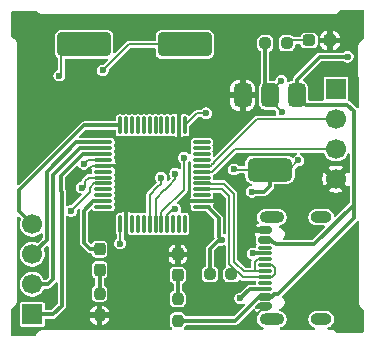
<source format=gbr>
%TF.GenerationSoftware,KiCad,Pcbnew,9.0.7*%
%TF.CreationDate,2026-02-20T19:59:31+05:30*%
%TF.ProjectId,breakout_board,62726561-6b6f-4757-945f-626f6172642e,rev?*%
%TF.SameCoordinates,Original*%
%TF.FileFunction,Copper,L2,Bot*%
%TF.FilePolarity,Positive*%
%FSLAX46Y46*%
G04 Gerber Fmt 4.6, Leading zero omitted, Abs format (unit mm)*
G04 Created by KiCad (PCBNEW 9.0.7) date 2026-02-20 19:59:31*
%MOMM*%
%LPD*%
G01*
G04 APERTURE LIST*
G04 Aperture macros list*
%AMRoundRect*
0 Rectangle with rounded corners*
0 $1 Rounding radius*
0 $2 $3 $4 $5 $6 $7 $8 $9 X,Y pos of 4 corners*
0 Add a 4 corners polygon primitive as box body*
4,1,4,$2,$3,$4,$5,$6,$7,$8,$9,$2,$3,0*
0 Add four circle primitives for the rounded corners*
1,1,$1+$1,$2,$3*
1,1,$1+$1,$4,$5*
1,1,$1+$1,$6,$7*
1,1,$1+$1,$8,$9*
0 Add four rect primitives between the rounded corners*
20,1,$1+$1,$2,$3,$4,$5,0*
20,1,$1+$1,$4,$5,$6,$7,0*
20,1,$1+$1,$6,$7,$8,$9,0*
20,1,$1+$1,$8,$9,$2,$3,0*%
G04 Aperture macros list end*
%TA.AperFunction,SMDPad,CuDef*%
%ADD10RoundRect,0.237500X0.287500X0.237500X-0.287500X0.237500X-0.287500X-0.237500X0.287500X-0.237500X0*%
%TD*%
%TA.AperFunction,SMDPad,CuDef*%
%ADD11RoundRect,0.237500X0.237500X-0.287500X0.237500X0.287500X-0.237500X0.287500X-0.237500X-0.287500X0*%
%TD*%
%TA.AperFunction,SMDPad,CuDef*%
%ADD12RoundRect,0.375000X-0.375000X0.625000X-0.375000X-0.625000X0.375000X-0.625000X0.375000X0.625000X0*%
%TD*%
%TA.AperFunction,SMDPad,CuDef*%
%ADD13RoundRect,0.500000X-1.400000X0.500000X-1.400000X-0.500000X1.400000X-0.500000X1.400000X0.500000X0*%
%TD*%
%TA.AperFunction,SMDPad,CuDef*%
%ADD14RoundRect,0.237500X-0.237500X0.250000X-0.237500X-0.250000X0.237500X-0.250000X0.237500X0.250000X0*%
%TD*%
%TA.AperFunction,ComponentPad*%
%ADD15R,1.700000X1.700000*%
%TD*%
%TA.AperFunction,ComponentPad*%
%ADD16C,1.700000*%
%TD*%
%TA.AperFunction,SMDPad,CuDef*%
%ADD17RoundRect,0.250000X-2.000000X-0.750000X2.000000X-0.750000X2.000000X0.750000X-2.000000X0.750000X0*%
%TD*%
%TA.AperFunction,SMDPad,CuDef*%
%ADD18RoundRect,0.237500X0.237500X-0.250000X0.237500X0.250000X-0.237500X0.250000X-0.237500X-0.250000X0*%
%TD*%
%TA.AperFunction,SMDPad,CuDef*%
%ADD19RoundRect,0.075000X-0.662500X-0.075000X0.662500X-0.075000X0.662500X0.075000X-0.662500X0.075000X0*%
%TD*%
%TA.AperFunction,SMDPad,CuDef*%
%ADD20RoundRect,0.075000X-0.075000X-0.662500X0.075000X-0.662500X0.075000X0.662500X-0.075000X0.662500X0*%
%TD*%
%TA.AperFunction,SMDPad,CuDef*%
%ADD21RoundRect,0.237500X-0.237500X0.287500X-0.237500X-0.287500X0.237500X-0.287500X0.237500X0.287500X0*%
%TD*%
%TA.AperFunction,SMDPad,CuDef*%
%ADD22RoundRect,0.237500X0.250000X0.237500X-0.250000X0.237500X-0.250000X-0.237500X0.250000X-0.237500X0*%
%TD*%
%TA.AperFunction,SMDPad,CuDef*%
%ADD23RoundRect,0.150000X-0.425000X0.150000X-0.425000X-0.150000X0.425000X-0.150000X0.425000X0.150000X0*%
%TD*%
%TA.AperFunction,SMDPad,CuDef*%
%ADD24RoundRect,0.075000X-0.500000X0.075000X-0.500000X-0.075000X0.500000X-0.075000X0.500000X0.075000X0*%
%TD*%
%TA.AperFunction,HeatsinkPad*%
%ADD25O,1.800000X1.000000*%
%TD*%
%TA.AperFunction,HeatsinkPad*%
%ADD26O,2.100000X1.000000*%
%TD*%
%TA.AperFunction,ViaPad*%
%ADD27C,0.600000*%
%TD*%
%TA.AperFunction,Conductor*%
%ADD28C,0.200000*%
%TD*%
%TA.AperFunction,Conductor*%
%ADD29C,0.300000*%
%TD*%
G04 APERTURE END LIST*
D10*
%TO.P,LED,1,K*%
%TO.N,GND*%
X146532600Y-67868800D03*
%TO.P,LED,2,A*%
%TO.N,Net-(D3-A)*%
X144782600Y-67868800D03*
%TD*%
D11*
%TO.P,D1,1,K*%
%TO.N,Net-(D1-K)*%
X127025400Y-87283900D03*
%TO.P,D1,2,A*%
%TO.N,LED*%
X127025400Y-85533900D03*
%TD*%
D12*
%TO.P,AMS1117,1,GND*%
%TO.N,GND*%
X139152600Y-72516600D03*
%TO.P,AMS1117,2,VO*%
%TO.N,VDD_c*%
X141452600Y-72516600D03*
D13*
X141452600Y-78816600D03*
D12*
%TO.P,AMS1117,3,VI*%
%TO.N,VBUS*%
X143752600Y-72516600D03*
%TD*%
D14*
%TO.P,R7,1*%
%TO.N,Net-(D2-A)*%
X133654800Y-89758850D03*
%TO.P,R7,2*%
%TO.N,VBUS*%
X133654800Y-91583850D03*
%TD*%
D15*
%TO.P,J1,1,Pin_1*%
%TO.N,DP1*%
X121335800Y-91059000D03*
D16*
%TO.P,J1,2,Pin_2*%
%TO.N,DP2*%
X121335800Y-88519000D03*
%TO.P,J1,3,Pin_3*%
%TO.N,DP3*%
X121335800Y-85979000D03*
%TO.P,J1,4,Pin_4*%
%TO.N,DP4*%
X121335800Y-83439000D03*
%TD*%
D15*
%TO.P,J2,1,Pin_1*%
%TO.N,VDD_c*%
X147040600Y-71983600D03*
D16*
%TO.P,J2,2,Pin_2*%
%TO.N,SWDIO*%
X147040600Y-74523600D03*
%TO.P,J2,3,Pin_3*%
%TO.N,SWCLK*%
X147040600Y-77063600D03*
%TO.P,J2,4,Pin_4*%
%TO.N,GND*%
X147040600Y-79603600D03*
%TD*%
D17*
%TO.P,Oscillator,1,1*%
%TO.N,OSC_IN*%
X125741100Y-68199000D03*
%TO.P,Oscillator,2,2*%
%TO.N,OSC_OUT*%
X134241100Y-68199000D03*
%TD*%
D18*
%TO.P,1k,1*%
%TO.N,GND*%
X127025400Y-91131400D03*
%TO.P,1k,2*%
%TO.N,Net-(D1-K)*%
X127025400Y-89306400D03*
%TD*%
D19*
%TO.P,U1,1,VBAT*%
%TO.N,unconnected-(U1-VBAT-Pad1)*%
X127358700Y-81972600D03*
%TO.P,U1,2,PC13*%
%TO.N,LED*%
X127358700Y-81472600D03*
%TO.P,U1,3,PC14*%
%TO.N,unconnected-(U1-PC14-Pad3)*%
X127358700Y-80972600D03*
%TO.P,U1,4,PC15*%
%TO.N,unconnected-(U1-PC15-Pad4)*%
X127358700Y-80472600D03*
%TO.P,U1,5,PD0*%
%TO.N,OSC_IN*%
X127358700Y-79972600D03*
%TO.P,U1,6,PD1*%
%TO.N,OSC_OUT*%
X127358700Y-79472600D03*
%TO.P,U1,7,NRST*%
%TO.N,unconnected-(U1-NRST-Pad7)*%
X127358700Y-78972600D03*
%TO.P,U1,8,VSSA*%
%TO.N,GND*%
X127358700Y-78472600D03*
%TO.P,U1,9,VDDA*%
%TO.N,VDD_c*%
X127358700Y-77972600D03*
%TO.P,U1,10,PA0*%
%TO.N,DP1*%
X127358700Y-77472600D03*
%TO.P,U1,11,PA1*%
%TO.N,DP2*%
X127358700Y-76972600D03*
%TO.P,U1,12,PA2*%
%TO.N,DP3*%
X127358700Y-76472600D03*
D20*
%TO.P,U1,13,PA3*%
%TO.N,DP4*%
X128771200Y-75060100D03*
%TO.P,U1,14,PA4*%
%TO.N,unconnected-(U1-PA4-Pad14)*%
X129271200Y-75060100D03*
%TO.P,U1,15,PA5*%
%TO.N,unconnected-(U1-PA5-Pad15)*%
X129771200Y-75060100D03*
%TO.P,U1,16,PA6*%
%TO.N,unconnected-(U1-PA6-Pad16)*%
X130271200Y-75060100D03*
%TO.P,U1,17,PA7*%
%TO.N,unconnected-(U1-PA7-Pad17)*%
X130771200Y-75060100D03*
%TO.P,U1,18,PB0*%
%TO.N,unconnected-(U1-PB0-Pad18)*%
X131271200Y-75060100D03*
%TO.P,U1,19,PB1*%
%TO.N,unconnected-(U1-PB1-Pad19)*%
X131771200Y-75060100D03*
%TO.P,U1,20,PB2*%
%TO.N,unconnected-(U1-PB2-Pad20)*%
X132271200Y-75060100D03*
%TO.P,U1,21,PB10*%
%TO.N,unconnected-(U1-PB10-Pad21)*%
X132771200Y-75060100D03*
%TO.P,U1,22,PB11*%
%TO.N,unconnected-(U1-PB11-Pad22)*%
X133271200Y-75060100D03*
%TO.P,U1,23,VSS*%
%TO.N,GND*%
X133771200Y-75060100D03*
%TO.P,U1,24,VDD*%
%TO.N,VDD_c*%
X134271200Y-75060100D03*
D19*
%TO.P,U1,25,PB12*%
%TO.N,unconnected-(U1-PB12-Pad25)*%
X135683700Y-76472600D03*
%TO.P,U1,26,PB13*%
%TO.N,unconnected-(U1-PB13-Pad26)*%
X135683700Y-76972600D03*
%TO.P,U1,27,PB14*%
%TO.N,unconnected-(U1-PB14-Pad27)*%
X135683700Y-77472600D03*
%TO.P,U1,28,PB15*%
%TO.N,unconnected-(U1-PB15-Pad28)*%
X135683700Y-77972600D03*
%TO.P,U1,29,PA8*%
%TO.N,SWDIO*%
X135683700Y-78472600D03*
%TO.P,U1,30,PA9*%
%TO.N,SWCLK*%
X135683700Y-78972600D03*
%TO.P,U1,31,PA10*%
%TO.N,unconnected-(U1-PA10-Pad31)*%
X135683700Y-79472600D03*
%TO.P,U1,32,PA11*%
%TO.N,USB_D-*%
X135683700Y-79972600D03*
%TO.P,U1,33,PA12*%
%TO.N,USB_D+*%
X135683700Y-80472600D03*
%TO.P,U1,34,PA13*%
%TO.N,unconnected-(U1-PA13-Pad34)*%
X135683700Y-80972600D03*
%TO.P,U1,35,VSS*%
%TO.N,GND*%
X135683700Y-81472600D03*
%TO.P,U1,36,VDD*%
%TO.N,VDD_c*%
X135683700Y-81972600D03*
D20*
%TO.P,U1,37,PA14*%
%TO.N,unconnected-(U1-PA14-Pad37)*%
X134271200Y-83385100D03*
%TO.P,U1,38,PA15*%
%TO.N,unconnected-(U1-PA15-Pad38)*%
X133771200Y-83385100D03*
%TO.P,U1,39,PB3*%
%TO.N,unconnected-(U1-PB3-Pad39)*%
X133271200Y-83385100D03*
%TO.P,U1,40,PB4*%
%TO.N,OUT*%
X132771200Y-83385100D03*
%TO.P,U1,41,PB5*%
%TO.N,DIR*%
X132271200Y-83385100D03*
%TO.P,U1,42,PB6*%
%TO.N,SCL_ENC*%
X131771200Y-83385100D03*
%TO.P,U1,43,PB7*%
%TO.N,SDA_ENC*%
X131271200Y-83385100D03*
%TO.P,U1,44,BOOT0*%
%TO.N,unconnected-(U1-BOOT0-Pad44)*%
X130771200Y-83385100D03*
%TO.P,U1,45,PB8*%
%TO.N,unconnected-(U1-PB8-Pad45)*%
X130271200Y-83385100D03*
%TO.P,U1,46,PB9*%
%TO.N,unconnected-(U1-PB9-Pad46)*%
X129771200Y-83385100D03*
%TO.P,U1,47,VSS*%
%TO.N,GND*%
X129271200Y-83385100D03*
%TO.P,U1,48,VDD*%
%TO.N,VDD_c*%
X128771200Y-83385100D03*
%TD*%
D21*
%TO.P,D2,1,K*%
%TO.N,GND*%
X133654800Y-85986350D03*
%TO.P,D2,2,A*%
%TO.N,Net-(D2-A)*%
X133654800Y-87736350D03*
%TD*%
D22*
%TO.P,1k,1*%
%TO.N,Net-(D3-A)*%
X142875000Y-68097400D03*
%TO.P,1k,2*%
%TO.N,VDD_c*%
X141050000Y-68097400D03*
%TD*%
%TO.P,1k5,1*%
%TO.N,USB_D+*%
X138199500Y-87655400D03*
%TO.P,1k5,2*%
%TO.N,VDD_c*%
X136374500Y-87655400D03*
%TD*%
D23*
%TO.P,J3,A1,GND*%
%TO.N,GND*%
X141049200Y-83947400D03*
%TO.P,J3,A4,VBUS*%
%TO.N,VBUS*%
X141049200Y-84747400D03*
D24*
%TO.P,J3,A5,CC1*%
%TO.N,Net-(J3-CC1)*%
X141049200Y-85897400D03*
%TO.P,J3,A6,D+*%
%TO.N,USB_D+*%
X141049200Y-86897400D03*
%TO.P,J3,A7,D-*%
%TO.N,USB_D-*%
X141049200Y-87397400D03*
%TO.P,J3,A8,SBU1*%
%TO.N,unconnected-(J3-SBU1-PadA8)*%
X141049200Y-88397400D03*
D23*
%TO.P,J3,A9,VBUS*%
%TO.N,VBUS*%
X141049200Y-89547400D03*
%TO.P,J3,A12,GND*%
%TO.N,GND*%
X141049200Y-90347400D03*
%TO.P,J3,B1,GND*%
X141049200Y-90347400D03*
%TO.P,J3,B4,VBUS*%
%TO.N,VBUS*%
X141049200Y-89547400D03*
D24*
%TO.P,J3,B5,CC2*%
%TO.N,Net-(J3-CC2)*%
X141049200Y-88897400D03*
%TO.P,J3,B6,D+*%
%TO.N,USB_D+*%
X141049200Y-87897400D03*
%TO.P,J3,B7,D-*%
%TO.N,USB_D-*%
X141049200Y-86397400D03*
%TO.P,J3,B8,SBU2*%
%TO.N,unconnected-(J3-SBU2-PadB8)*%
X141049200Y-85397400D03*
D23*
%TO.P,J3,B9,VBUS*%
%TO.N,VBUS*%
X141049200Y-84747400D03*
%TO.P,J3,B12,GND*%
%TO.N,GND*%
X141049200Y-83947400D03*
D25*
%TO.P,J3,S1,SHIELD*%
%TO.N,unconnected-(J3-SHIELD-PadS1)_1*%
X145804200Y-82827400D03*
D26*
%TO.N,unconnected-(J3-SHIELD-PadS1)*%
X141624200Y-82827400D03*
D25*
%TO.N,unconnected-(J3-SHIELD-PadS1)_2*%
X145804200Y-91467400D03*
D26*
%TO.N,unconnected-(J3-SHIELD-PadS1)_3*%
X141624200Y-91467400D03*
%TD*%
D27*
%TO.N,GND*%
X139446000Y-82296000D03*
X134696200Y-73761600D03*
X128879600Y-79578200D03*
X147320000Y-86588600D03*
X130454400Y-85293200D03*
X125247400Y-91313000D03*
X139700000Y-70764400D03*
X139446000Y-91973400D03*
X132613400Y-78587600D03*
X141782800Y-69596000D03*
X125105744Y-78891695D03*
X141681200Y-80975200D03*
X131165600Y-89001600D03*
X125247400Y-86537800D03*
X133604000Y-77063600D03*
X147853400Y-66548000D03*
X144957800Y-80975200D03*
X137271104Y-81361505D03*
%TO.N,VBUS*%
X148031200Y-69240400D03*
%TO.N,VDD_c*%
X139928600Y-80670400D03*
X136042400Y-74041000D03*
X125696920Y-78300520D03*
X143865600Y-78028800D03*
X142468600Y-73914000D03*
X142417800Y-71272400D03*
X128771200Y-85064600D03*
X137363200Y-84734400D03*
X138404600Y-78790800D03*
%TO.N,OSC_IN*%
X123621800Y-70840600D03*
X124612400Y-82296000D03*
%TO.N,OSC_OUT*%
X125514875Y-80319955D03*
X127304800Y-70408800D03*
%TO.N,OUT*%
X133441218Y-82155339D03*
%TO.N,DIR*%
X134188200Y-77800200D03*
%TO.N,SCL_ENC*%
X133426200Y-79146400D03*
%TO.N,SDA_ENC*%
X132232400Y-79502000D03*
%TO.N,Net-(J3-CC1)*%
X139979400Y-85897400D03*
%TO.N,Net-(J3-CC2)*%
X138938000Y-89712800D03*
%TD*%
D28*
%TO.N,GND*%
X125115569Y-78901520D02*
X125105744Y-78891695D01*
X141049200Y-90347400D02*
X139446000Y-91950600D01*
X133771200Y-74288776D02*
X134298376Y-73761600D01*
D29*
X139725400Y-83198599D02*
X140474201Y-83947400D01*
D28*
X137271104Y-81361505D02*
X137160009Y-81472600D01*
X134298376Y-73761600D02*
X134696200Y-73761600D01*
X139700000Y-71969200D02*
X139152600Y-72516600D01*
X126374783Y-78472600D02*
X125945863Y-78901520D01*
X128130024Y-78472600D02*
X128879600Y-79222176D01*
D29*
X139446000Y-82296000D02*
X139725400Y-82575400D01*
D28*
X139446000Y-91950600D02*
X139446000Y-91973400D01*
X125945863Y-78901520D02*
X125115569Y-78901520D01*
X129271200Y-84156424D02*
X130407976Y-85293200D01*
X128879600Y-79222176D02*
X128879600Y-79578200D01*
X130407976Y-85293200D02*
X130454400Y-85293200D01*
X127358700Y-78472600D02*
X128130024Y-78472600D01*
X137160009Y-81472600D02*
X135683700Y-81472600D01*
X133771200Y-75060100D02*
X133771200Y-74288776D01*
D29*
X140474201Y-83947400D02*
X141049200Y-83947400D01*
D28*
X127358700Y-78472600D02*
X126374783Y-78472600D01*
X129271200Y-83385100D02*
X129271200Y-84156424D01*
X128879600Y-79578200D02*
X128879600Y-79705200D01*
D29*
X139725400Y-82575400D02*
X139725400Y-83198599D01*
%TO.N,VBUS*%
X141946734Y-85115400D02*
X141727734Y-84896400D01*
X141049200Y-89547400D02*
X141587481Y-89547400D01*
X138525072Y-91583850D02*
X140561522Y-89547400D01*
X148564600Y-73866529D02*
X148002471Y-73304400D01*
X140561522Y-89547400D02*
X141049200Y-89547400D01*
X141727734Y-84896400D02*
X141657024Y-84896400D01*
X148471000Y-81856200D02*
X145211800Y-85115400D01*
D28*
X141508024Y-84747400D02*
X141049200Y-84747400D01*
D29*
X148031200Y-69240400D02*
X145694400Y-69240400D01*
X148564600Y-82905600D02*
X148564600Y-73866529D01*
X141587481Y-89547400D02*
X141823481Y-89311400D01*
X141823481Y-89311400D02*
X142158800Y-89311400D01*
X145694400Y-69240400D02*
X143752600Y-71182200D01*
X144540400Y-73304400D02*
X143752600Y-72516600D01*
X145211800Y-85115400D02*
X141946734Y-85115400D01*
X143752600Y-71182200D02*
X143752600Y-72516600D01*
X148002471Y-73304400D02*
X144540400Y-73304400D01*
X141657024Y-84896400D02*
X141508024Y-84747400D01*
X133654800Y-91583850D02*
X138525072Y-91583850D01*
X142158800Y-89311400D02*
X148564600Y-82905600D01*
%TO.N,VDD_c*%
X141020800Y-80619600D02*
X141452600Y-80187800D01*
D28*
X141452600Y-72516600D02*
X141452600Y-72237600D01*
X125696920Y-78300520D02*
X126024840Y-77972600D01*
D29*
X137147800Y-84734400D02*
X136374500Y-85507700D01*
D28*
X126024840Y-77972600D02*
X127358700Y-77972600D01*
D29*
X141452600Y-80187800D02*
X141452600Y-78816600D01*
D28*
X136042400Y-74041000D02*
X135290300Y-74041000D01*
D29*
X137363200Y-84734400D02*
X137147800Y-84734400D01*
D28*
X143077800Y-78816600D02*
X143865600Y-78028800D01*
X128771200Y-85064600D02*
X128771200Y-83385100D01*
D29*
X140970000Y-80670400D02*
X139928600Y-80670400D01*
X136374500Y-85507700D02*
X136374500Y-87655400D01*
X141050000Y-72114000D02*
X141452600Y-72516600D01*
X141050000Y-68097400D02*
X141050000Y-72114000D01*
X137109200Y-84480400D02*
X137109200Y-82905600D01*
X141020800Y-80619600D02*
X140970000Y-80670400D01*
D28*
X138404600Y-78790800D02*
X138430400Y-78816600D01*
X141452600Y-78816600D02*
X143077800Y-78816600D01*
D29*
X136176200Y-81972600D02*
X135683700Y-81972600D01*
X137363200Y-84734400D02*
X137109200Y-84480400D01*
D28*
X134271200Y-75060100D02*
X135290300Y-74041000D01*
X141452600Y-72516600D02*
X141452600Y-72898000D01*
D29*
X137109200Y-82905600D02*
X136176200Y-81972600D01*
D28*
X141452600Y-72898000D02*
X142468600Y-73914000D01*
X138430400Y-78816600D02*
X141452600Y-78816600D01*
X141452600Y-72237600D02*
X142417800Y-71272400D01*
%TO.N,OSC_IN*%
X127309700Y-80021600D02*
X127358700Y-79972600D01*
X123805700Y-68199000D02*
X123805700Y-70656700D01*
X127358700Y-79972600D02*
X126580200Y-79972600D01*
X126580200Y-79972600D02*
X126196614Y-80356186D01*
X126196614Y-80711786D02*
X124612400Y-82296000D01*
X123805700Y-70656700D02*
X123621800Y-70840600D01*
X126196614Y-80356186D02*
X126196614Y-80711786D01*
%TO.N,OSC_OUT*%
X125795614Y-80264362D02*
X125795614Y-79791986D01*
X125795614Y-79791986D02*
X126115000Y-79472600D01*
X127304800Y-70408800D02*
X129514600Y-68199000D01*
X126115000Y-79472600D02*
X127358700Y-79472600D01*
X129514600Y-68199000D02*
X135680700Y-68199000D01*
D29*
%TO.N,LED*%
X126250100Y-85533900D02*
X127025400Y-85533900D01*
X127358700Y-81472600D02*
X126502600Y-81472600D01*
X125704600Y-82270600D02*
X125704600Y-84988400D01*
X125704600Y-84988400D02*
X126250100Y-85533900D01*
X126502600Y-81472600D02*
X125704600Y-82270600D01*
%TO.N,Net-(D1-K)*%
X127025400Y-87283900D02*
X127025400Y-89306400D01*
%TO.N,Net-(D2-A)*%
X133654800Y-87736350D02*
X133654800Y-89758850D01*
D28*
%TO.N,OUT*%
X133229637Y-82155339D02*
X132771200Y-82613776D01*
X132771200Y-82613776D02*
X132771200Y-83385100D01*
X133441218Y-82155339D02*
X133229637Y-82155339D01*
%TO.N,DIR*%
X132271200Y-82415776D02*
X134188200Y-80498776D01*
X134188200Y-80498776D02*
X134188200Y-77800200D01*
X132271200Y-83385100D02*
X132271200Y-82415776D01*
%TO.N,SCL_ENC*%
X131722200Y-83336100D02*
X131771200Y-83385100D01*
X133426200Y-79629000D02*
X133426200Y-79146400D01*
X132884200Y-80182743D02*
X132884200Y-80171000D01*
X132532143Y-80534800D02*
X132884200Y-80182743D01*
X131771200Y-81284000D02*
X132520400Y-80534800D01*
X132884200Y-80171000D02*
X133426200Y-79629000D01*
X131771200Y-83385100D02*
X131771200Y-81284000D01*
X132520400Y-80534800D02*
X132532143Y-80534800D01*
%TO.N,SDA_ENC*%
X131934404Y-80282596D02*
X131271200Y-80945800D01*
X132232400Y-79502000D02*
X132232400Y-79984600D01*
X132232400Y-79984600D02*
X131934404Y-80282596D01*
X131271200Y-80945800D02*
X131271200Y-83385100D01*
X131222200Y-83336100D02*
X131271200Y-83385100D01*
%TO.N,SWCLK*%
X138665224Y-77063600D02*
X138462024Y-77063600D01*
X138462024Y-77063600D02*
X136553024Y-78972600D01*
X136553024Y-78972600D02*
X135683700Y-78972600D01*
X138665224Y-77063600D02*
X147523200Y-77063600D01*
%TO.N,SWDIO*%
X136504024Y-78423600D02*
X136485800Y-78423600D01*
X136485800Y-78423600D02*
X136436800Y-78472600D01*
X136722200Y-78187200D02*
X136722200Y-78205424D01*
X140639800Y-74523600D02*
X140385800Y-74523600D01*
X140385800Y-74523600D02*
X136722200Y-78187200D01*
X136436800Y-78472600D02*
X135683700Y-78472600D01*
X136722200Y-78205424D02*
X136504024Y-78423600D01*
X140639800Y-74523600D02*
X147523200Y-74523600D01*
%TO.N,USB_D+*%
X138003600Y-81039700D02*
X138003600Y-86754700D01*
X137411500Y-80447600D02*
X138003600Y-81039700D01*
X141925200Y-87630224D02*
X141658024Y-87897400D01*
X138003600Y-86754700D02*
X139146300Y-87897400D01*
X141049200Y-86897400D02*
X141658024Y-86897400D01*
X135683700Y-80472600D02*
X135708700Y-80447600D01*
X141658024Y-86897400D02*
X141925200Y-87164576D01*
X135708700Y-80447600D02*
X137411500Y-80447600D01*
X139146300Y-87897400D02*
X141049200Y-87897400D01*
X141658024Y-87897400D02*
X141049200Y-87897400D01*
X141925200Y-87164576D02*
X141925200Y-87630224D01*
%TO.N,USB_D-*%
X135708700Y-79997600D02*
X137528600Y-79997600D01*
X141049200Y-86397400D02*
X140440376Y-86397400D01*
X138404600Y-86588600D02*
X139217400Y-87401400D01*
X137528600Y-79997600D02*
X138404600Y-80873600D01*
X139217400Y-87401400D02*
X141045200Y-87401400D01*
X135683700Y-79972600D02*
X135708700Y-79997600D01*
X140173200Y-86664576D02*
X140173200Y-87261000D01*
X141000200Y-86446400D02*
X141049200Y-86397400D01*
X141045200Y-87401400D02*
X141049200Y-87397400D01*
X140309600Y-87397400D02*
X141049200Y-87397400D01*
X140173200Y-87261000D02*
X140309600Y-87397400D01*
X138404600Y-80873600D02*
X138404600Y-86588600D01*
X140440376Y-86397400D02*
X140173200Y-86664576D01*
D29*
%TO.N,Net-(J3-CC1)*%
X139979400Y-85897400D02*
X141049200Y-85897400D01*
%TO.N,Net-(J3-CC2)*%
X138938000Y-89710900D02*
X138938000Y-89712800D01*
X138962450Y-89686450D02*
X139751500Y-88897400D01*
X138962450Y-89686450D02*
X138938000Y-89710900D01*
X139751500Y-88897400D02*
X141049200Y-88897400D01*
D28*
%TO.N,Net-(D3-A)*%
X144842500Y-68097400D02*
X144852500Y-68087400D01*
X143103600Y-67868800D02*
X142875000Y-68097400D01*
X144782600Y-67868800D02*
X143103600Y-67868800D01*
D29*
%TO.N,DP2*%
X123063000Y-79298800D02*
X123063000Y-88087200D01*
X127358700Y-76972600D02*
X125389200Y-76972600D01*
X125389200Y-76972600D02*
X123063000Y-79298800D01*
X122631200Y-88519000D02*
X121335800Y-88519000D01*
X123063000Y-88087200D02*
X122631200Y-88519000D01*
%TO.N,DP4*%
X125726900Y-75060100D02*
X120218200Y-80568800D01*
X128771200Y-75060100D02*
X125726900Y-75060100D01*
X120218200Y-82321400D02*
X121335800Y-83439000D01*
X120218200Y-80568800D02*
X120218200Y-82321400D01*
%TO.N,DP1*%
X123825000Y-90322400D02*
X123088400Y-91059000D01*
X123748800Y-80608280D02*
X123825000Y-80684480D01*
X127358700Y-77472600D02*
X125605600Y-77472600D01*
X125605600Y-77472600D02*
X123748800Y-79329400D01*
X123088400Y-91059000D02*
X121335800Y-91059000D01*
X123748800Y-79329400D02*
X123748800Y-80608280D01*
X123825000Y-80684480D02*
X123825000Y-90322400D01*
%TO.N,DP3*%
X122555000Y-78968600D02*
X122555000Y-84759800D01*
X125051000Y-76472600D02*
X122555000Y-78968600D01*
X121335800Y-85979000D02*
X121234200Y-85877400D01*
X122555000Y-84759800D02*
X121335800Y-85979000D01*
X127358700Y-76472600D02*
X125051000Y-76472600D01*
%TD*%
%TA.AperFunction,Conductor*%
%TO.N,GND*%
G36*
X149412105Y-65271718D02*
G01*
X149448320Y-65321035D01*
X149453322Y-65352382D01*
X149447006Y-67619425D01*
X149427936Y-67677563D01*
X149414841Y-67692184D01*
X149143396Y-67940588D01*
X149135589Y-67947731D01*
X149124896Y-67953971D01*
X149087119Y-67992087D01*
X149085331Y-67993724D01*
X149047502Y-68028342D01*
X149047500Y-68028345D01*
X149046535Y-68029858D01*
X149040843Y-68038780D01*
X149032129Y-68047574D01*
X149005496Y-68094181D01*
X149004199Y-68096215D01*
X149004196Y-68096217D01*
X148976621Y-68139440D01*
X148976621Y-68139441D01*
X148976077Y-68141163D01*
X148967645Y-68160425D01*
X148966748Y-68161993D01*
X148954086Y-68210109D01*
X148953084Y-68213917D01*
X148936910Y-68265100D01*
X148936361Y-68277466D01*
X148933670Y-68287693D01*
X148933670Y-68287697D01*
X148933211Y-68289440D01*
X148933210Y-68289443D01*
X148933440Y-68340707D01*
X148933344Y-68345532D01*
X148931074Y-68396756D01*
X148931463Y-68398517D01*
X148933792Y-68419427D01*
X148956653Y-73523451D01*
X148938007Y-73581725D01*
X148888668Y-73617911D01*
X148827483Y-73618185D01*
X148787652Y-73593899D01*
X148217683Y-73023930D01*
X148198227Y-73012697D01*
X148135141Y-72976274D01*
X148094201Y-72930804D01*
X148087545Y-72871222D01*
X148091099Y-72853356D01*
X148091100Y-72853346D01*
X148091100Y-71113853D01*
X148091098Y-71113841D01*
X148084209Y-71079209D01*
X148079467Y-71055369D01*
X148035152Y-70989048D01*
X148002139Y-70966989D01*
X147968833Y-70944734D01*
X147968831Y-70944733D01*
X147968828Y-70944732D01*
X147968827Y-70944732D01*
X147910358Y-70933101D01*
X147910348Y-70933100D01*
X146170852Y-70933100D01*
X146170851Y-70933100D01*
X146170841Y-70933101D01*
X146112372Y-70944732D01*
X146112366Y-70944734D01*
X146046051Y-70989045D01*
X146046045Y-70989051D01*
X146001734Y-71055366D01*
X146001732Y-71055372D01*
X145990101Y-71113841D01*
X145990100Y-71113853D01*
X145990100Y-72854900D01*
X145971193Y-72913091D01*
X145921693Y-72949055D01*
X145891100Y-72953900D01*
X144802100Y-72953900D01*
X144743909Y-72934993D01*
X144707945Y-72885493D01*
X144703100Y-72854900D01*
X144703100Y-71853881D01*
X144703100Y-71853880D01*
X144688287Y-71741364D01*
X144630298Y-71601367D01*
X144538051Y-71481149D01*
X144417833Y-71388902D01*
X144417831Y-71388901D01*
X144288668Y-71335399D01*
X144242142Y-71295662D01*
X144227859Y-71236167D01*
X144251274Y-71179639D01*
X144256537Y-71173944D01*
X145810586Y-69619896D01*
X145865103Y-69592119D01*
X145880590Y-69590900D01*
X147632879Y-69590900D01*
X147691070Y-69609807D01*
X147702876Y-69619890D01*
X147723886Y-69640900D01*
X147723888Y-69640901D01*
X147723890Y-69640903D01*
X147838010Y-69706790D01*
X147838008Y-69706790D01*
X147838012Y-69706791D01*
X147838014Y-69706792D01*
X147965308Y-69740900D01*
X147965310Y-69740900D01*
X148097090Y-69740900D01*
X148097092Y-69740900D01*
X148224386Y-69706792D01*
X148224388Y-69706790D01*
X148224390Y-69706790D01*
X148338509Y-69640903D01*
X148338509Y-69640902D01*
X148338514Y-69640900D01*
X148431700Y-69547714D01*
X148477777Y-69467907D01*
X148497590Y-69433590D01*
X148497590Y-69433588D01*
X148497592Y-69433586D01*
X148531700Y-69306292D01*
X148531700Y-69174508D01*
X148497592Y-69047214D01*
X148497590Y-69047211D01*
X148497590Y-69047209D01*
X148431703Y-68933090D01*
X148431701Y-68933088D01*
X148431700Y-68933086D01*
X148338514Y-68839900D01*
X148338511Y-68839898D01*
X148338509Y-68839896D01*
X148224389Y-68774009D01*
X148224391Y-68774009D01*
X148174999Y-68760775D01*
X148097092Y-68739900D01*
X147965308Y-68739900D01*
X147887400Y-68760775D01*
X147838009Y-68774009D01*
X147723890Y-68839896D01*
X147723889Y-68839897D01*
X147723886Y-68839899D01*
X147723886Y-68839900D01*
X147702880Y-68860905D01*
X147648366Y-68888681D01*
X147632879Y-68889900D01*
X145648256Y-68889900D01*
X145559112Y-68913786D01*
X145479188Y-68959930D01*
X143472129Y-70966989D01*
X143434630Y-71031937D01*
X143434631Y-71031938D01*
X143425986Y-71046911D01*
X143425986Y-71046912D01*
X143408053Y-71113841D01*
X143402100Y-71136057D01*
X143402100Y-71221087D01*
X143383193Y-71279278D01*
X143333693Y-71315242D01*
X143316023Y-71319240D01*
X143227366Y-71330912D01*
X143227361Y-71330914D01*
X143087368Y-71388901D01*
X143077567Y-71396422D01*
X143019891Y-71416845D01*
X142961225Y-71399467D01*
X142923978Y-71350925D01*
X142918300Y-71317879D01*
X142918300Y-71206509D01*
X142918300Y-71206508D01*
X142884192Y-71079214D01*
X142884190Y-71079211D01*
X142884190Y-71079209D01*
X142818303Y-70965090D01*
X142818301Y-70965088D01*
X142818300Y-70965086D01*
X142725114Y-70871900D01*
X142725111Y-70871898D01*
X142725109Y-70871896D01*
X142610989Y-70806009D01*
X142610991Y-70806009D01*
X142561599Y-70792775D01*
X142483692Y-70771900D01*
X142351908Y-70771900D01*
X142274000Y-70792775D01*
X142224609Y-70806009D01*
X142110490Y-70871896D01*
X142017296Y-70965090D01*
X141951409Y-71079209D01*
X141936177Y-71136056D01*
X141924500Y-71179639D01*
X141917300Y-71206509D01*
X141917300Y-71217100D01*
X141898393Y-71275291D01*
X141848893Y-71311255D01*
X141818300Y-71316100D01*
X141499500Y-71316100D01*
X141441309Y-71297193D01*
X141405345Y-71247693D01*
X141400500Y-71217100D01*
X141400500Y-68834017D01*
X141419407Y-68775826D01*
X141466801Y-68740573D01*
X141506975Y-68726516D01*
X141613211Y-68648111D01*
X141691616Y-68541875D01*
X141735225Y-68417249D01*
X141738000Y-68387656D01*
X141738000Y-67807144D01*
X141738000Y-67807138D01*
X141737999Y-67807133D01*
X142187000Y-67807133D01*
X142187000Y-68387666D01*
X142189774Y-68417244D01*
X142189776Y-68417252D01*
X142233384Y-68541876D01*
X142308607Y-68643800D01*
X142311789Y-68648111D01*
X142311792Y-68648113D01*
X142311793Y-68648114D01*
X142418023Y-68726515D01*
X142418024Y-68726515D01*
X142418025Y-68726516D01*
X142542651Y-68770125D01*
X142569941Y-68772684D01*
X142572233Y-68772899D01*
X142572238Y-68772900D01*
X142572244Y-68772900D01*
X143177762Y-68772900D01*
X143177765Y-68772899D01*
X143207349Y-68770125D01*
X143331975Y-68726516D01*
X143438211Y-68648111D01*
X143516616Y-68541875D01*
X143560225Y-68417249D01*
X143563000Y-68387656D01*
X143563000Y-68268300D01*
X143581907Y-68210109D01*
X143631407Y-68174145D01*
X143662000Y-68169300D01*
X143982861Y-68169300D01*
X144041052Y-68188207D01*
X144076305Y-68235602D01*
X144103484Y-68313276D01*
X144181827Y-68419427D01*
X144181889Y-68419511D01*
X144181892Y-68419513D01*
X144181893Y-68419514D01*
X144288123Y-68497915D01*
X144288124Y-68497915D01*
X144288125Y-68497916D01*
X144412751Y-68541525D01*
X144440041Y-68544084D01*
X144442333Y-68544299D01*
X144442338Y-68544300D01*
X144442344Y-68544300D01*
X145122862Y-68544300D01*
X145122865Y-68544299D01*
X145152449Y-68541525D01*
X145277075Y-68497916D01*
X145383311Y-68419511D01*
X145461716Y-68313275D01*
X145505325Y-68188649D01*
X145508100Y-68159056D01*
X145508100Y-68118801D01*
X145707600Y-68118801D01*
X145707600Y-68148382D01*
X145717973Y-68234758D01*
X145772176Y-68372208D01*
X145772179Y-68372212D01*
X145861454Y-68489939D01*
X145861460Y-68489945D01*
X145979187Y-68579220D01*
X145979191Y-68579223D01*
X146116641Y-68633426D01*
X146203017Y-68643799D01*
X146203024Y-68643800D01*
X146282599Y-68643800D01*
X146282600Y-68643799D01*
X146282600Y-68118801D01*
X146782600Y-68118801D01*
X146782600Y-68643799D01*
X146782601Y-68643800D01*
X146862176Y-68643800D01*
X146862182Y-68643799D01*
X146948558Y-68633426D01*
X147086008Y-68579223D01*
X147086012Y-68579220D01*
X147203739Y-68489945D01*
X147203745Y-68489939D01*
X147293020Y-68372212D01*
X147293023Y-68372208D01*
X147347226Y-68234758D01*
X147357599Y-68148382D01*
X147357600Y-68148376D01*
X147357600Y-68118801D01*
X147357599Y-68118800D01*
X146782601Y-68118800D01*
X146782600Y-68118801D01*
X146282600Y-68118801D01*
X146282599Y-68118800D01*
X145707601Y-68118800D01*
X145707600Y-68118801D01*
X145508100Y-68118801D01*
X145508100Y-67589217D01*
X145707600Y-67589217D01*
X145707600Y-67618799D01*
X145707601Y-67618800D01*
X146282599Y-67618800D01*
X146282600Y-67618799D01*
X146282600Y-67093801D01*
X146782600Y-67093801D01*
X146782600Y-67618799D01*
X146782601Y-67618800D01*
X147357599Y-67618800D01*
X147357600Y-67618799D01*
X147357600Y-67589223D01*
X147357599Y-67589217D01*
X147347226Y-67502841D01*
X147293023Y-67365391D01*
X147293020Y-67365387D01*
X147203745Y-67247660D01*
X147203739Y-67247654D01*
X147086012Y-67158379D01*
X147086008Y-67158376D01*
X146948558Y-67104173D01*
X146862182Y-67093800D01*
X146782601Y-67093800D01*
X146782600Y-67093801D01*
X146282600Y-67093801D01*
X146282599Y-67093800D01*
X146203017Y-67093800D01*
X146116641Y-67104173D01*
X145979191Y-67158376D01*
X145979187Y-67158379D01*
X145861460Y-67247654D01*
X145861454Y-67247660D01*
X145772179Y-67365387D01*
X145772176Y-67365391D01*
X145717973Y-67502841D01*
X145707600Y-67589217D01*
X145508100Y-67589217D01*
X145508100Y-67578544D01*
X145508100Y-67578538D01*
X145508099Y-67578533D01*
X145505325Y-67548955D01*
X145505325Y-67548951D01*
X145461716Y-67424325D01*
X145459926Y-67421900D01*
X145383314Y-67318093D01*
X145383313Y-67318092D01*
X145383311Y-67318089D01*
X145383306Y-67318085D01*
X145277076Y-67239684D01*
X145152452Y-67196076D01*
X145152451Y-67196075D01*
X145152449Y-67196075D01*
X145152447Y-67196074D01*
X145152444Y-67196074D01*
X145122866Y-67193300D01*
X145122856Y-67193300D01*
X144442344Y-67193300D01*
X144442333Y-67193300D01*
X144412755Y-67196074D01*
X144412747Y-67196076D01*
X144288123Y-67239684D01*
X144181893Y-67318085D01*
X144181885Y-67318093D01*
X144103484Y-67424323D01*
X144076305Y-67501998D01*
X144039240Y-67550678D01*
X143982861Y-67568300D01*
X143500071Y-67568300D01*
X143441880Y-67549393D01*
X143441283Y-67548956D01*
X143385454Y-67507753D01*
X143331975Y-67468284D01*
X143331973Y-67468283D01*
X143207352Y-67424676D01*
X143207351Y-67424675D01*
X143207349Y-67424675D01*
X143207347Y-67424674D01*
X143207344Y-67424674D01*
X143177766Y-67421900D01*
X143177756Y-67421900D01*
X142572244Y-67421900D01*
X142572233Y-67421900D01*
X142542655Y-67424674D01*
X142542647Y-67424676D01*
X142418023Y-67468284D01*
X142311793Y-67546685D01*
X142311785Y-67546693D01*
X142233384Y-67652923D01*
X142189776Y-67777547D01*
X142189774Y-67777555D01*
X142187000Y-67807133D01*
X141737999Y-67807133D01*
X141735225Y-67777555D01*
X141735225Y-67777551D01*
X141691616Y-67652925D01*
X141636716Y-67578538D01*
X141613214Y-67546693D01*
X141613213Y-67546692D01*
X141613211Y-67546689D01*
X141612753Y-67546351D01*
X141506976Y-67468284D01*
X141382352Y-67424676D01*
X141382351Y-67424675D01*
X141382349Y-67424675D01*
X141382347Y-67424674D01*
X141382344Y-67424674D01*
X141352766Y-67421900D01*
X141352756Y-67421900D01*
X140747244Y-67421900D01*
X140747233Y-67421900D01*
X140717655Y-67424674D01*
X140717647Y-67424676D01*
X140593023Y-67468284D01*
X140486793Y-67546685D01*
X140486785Y-67546693D01*
X140408384Y-67652923D01*
X140364776Y-67777547D01*
X140364774Y-67777555D01*
X140362000Y-67807133D01*
X140362000Y-68387666D01*
X140364774Y-68417244D01*
X140364776Y-68417252D01*
X140408384Y-68541876D01*
X140483607Y-68643800D01*
X140486789Y-68648111D01*
X140486792Y-68648113D01*
X140486793Y-68648114D01*
X140593021Y-68726514D01*
X140593023Y-68726514D01*
X140593025Y-68726516D01*
X140633198Y-68740573D01*
X140681878Y-68777638D01*
X140699500Y-68834017D01*
X140699500Y-71407791D01*
X140680593Y-71465982D01*
X140670504Y-71477795D01*
X140667147Y-71481151D01*
X140574901Y-71601368D01*
X140516914Y-71741361D01*
X140516912Y-71741367D01*
X140502100Y-71853879D01*
X140502100Y-73179320D01*
X140504317Y-73196164D01*
X140516913Y-73291836D01*
X140516914Y-73291838D01*
X140568151Y-73415536D01*
X140574902Y-73431833D01*
X140667149Y-73552051D01*
X140787367Y-73644298D01*
X140927364Y-73702287D01*
X141039880Y-73717100D01*
X141805721Y-73717100D01*
X141813318Y-73719568D01*
X141821208Y-73718319D01*
X141841863Y-73728843D01*
X141863912Y-73736007D01*
X141875725Y-73746096D01*
X141939104Y-73809475D01*
X141966881Y-73863992D01*
X141968100Y-73879479D01*
X141968100Y-73979892D01*
X141999874Y-74098478D01*
X141996672Y-74159579D01*
X141958167Y-74207128D01*
X141904248Y-74223100D01*
X140346235Y-74223100D01*
X140269812Y-74243578D01*
X140204202Y-74281457D01*
X140204199Y-74281460D01*
X140201291Y-74283139D01*
X140201289Y-74283140D01*
X136780961Y-77703466D01*
X136726444Y-77731243D01*
X136666012Y-77721672D01*
X136622747Y-77678407D01*
X136613176Y-77617975D01*
X136613860Y-77614146D01*
X136621699Y-77574740D01*
X136621699Y-77574738D01*
X136621700Y-77574733D01*
X136621699Y-77370468D01*
X136620432Y-77364100D01*
X136605715Y-77290106D01*
X136605715Y-77290105D01*
X136597359Y-77277600D01*
X136580751Y-77218714D01*
X136597359Y-77167599D01*
X136605715Y-77155095D01*
X136621700Y-77074733D01*
X136621699Y-76870468D01*
X136605715Y-76790105D01*
X136597359Y-76777599D01*
X136580751Y-76718714D01*
X136597359Y-76667599D01*
X136605715Y-76655095D01*
X136621700Y-76574733D01*
X136621699Y-76370468D01*
X136605715Y-76290105D01*
X136605712Y-76290101D01*
X136544826Y-76198979D01*
X136544824Y-76198976D01*
X136544820Y-76198973D01*
X136453697Y-76138086D01*
X136453696Y-76138085D01*
X136453695Y-76138085D01*
X136373333Y-76122100D01*
X136373332Y-76122100D01*
X134994070Y-76122100D01*
X134994063Y-76122101D01*
X134913705Y-76138084D01*
X134913703Y-76138085D01*
X134822579Y-76198973D01*
X134822573Y-76198979D01*
X134761686Y-76290101D01*
X134761686Y-76290103D01*
X134761685Y-76290105D01*
X134745701Y-76370462D01*
X134745700Y-76370467D01*
X134745700Y-76574729D01*
X134745701Y-76574737D01*
X134761684Y-76655094D01*
X134761686Y-76655098D01*
X134770040Y-76667601D01*
X134786647Y-76726489D01*
X134770040Y-76777599D01*
X134761685Y-76790103D01*
X134761684Y-76790104D01*
X134745700Y-76870464D01*
X134745700Y-77074729D01*
X134745701Y-77074737D01*
X134761684Y-77155094D01*
X134761686Y-77155098D01*
X134770040Y-77167601D01*
X134786647Y-77226489D01*
X134784454Y-77243676D01*
X134780460Y-77262005D01*
X134761685Y-77290105D01*
X134745700Y-77370467D01*
X134745700Y-77421540D01*
X134743431Y-77431955D01*
X134733113Y-77449616D01*
X134726793Y-77469070D01*
X134718030Y-77475436D01*
X134712568Y-77484787D01*
X134693842Y-77493010D01*
X134677293Y-77505034D01*
X134666462Y-77505034D01*
X134656547Y-77509388D01*
X134636564Y-77505034D01*
X134616107Y-77505034D01*
X134604819Y-77498117D01*
X134596764Y-77496362D01*
X134590516Y-77489352D01*
X134576698Y-77480884D01*
X134495514Y-77399700D01*
X134495511Y-77399698D01*
X134495509Y-77399696D01*
X134381389Y-77333809D01*
X134381391Y-77333809D01*
X134331999Y-77320575D01*
X134254092Y-77299700D01*
X134122308Y-77299700D01*
X134044400Y-77320575D01*
X133995009Y-77333809D01*
X133880890Y-77399696D01*
X133787696Y-77492890D01*
X133721809Y-77607009D01*
X133704095Y-77673121D01*
X133687700Y-77734308D01*
X133687700Y-77866092D01*
X133691314Y-77879579D01*
X133721809Y-77993390D01*
X133787696Y-78107509D01*
X133787698Y-78107511D01*
X133787700Y-78107514D01*
X133858705Y-78178519D01*
X133886481Y-78233034D01*
X133887700Y-78248521D01*
X133887700Y-78663458D01*
X133868793Y-78721649D01*
X133819293Y-78757613D01*
X133758107Y-78757613D01*
X133739772Y-78748038D01*
X133739134Y-78749144D01*
X133619389Y-78680009D01*
X133619391Y-78680009D01*
X133557620Y-78663458D01*
X133492092Y-78645900D01*
X133360308Y-78645900D01*
X133294780Y-78663458D01*
X133233009Y-78680009D01*
X133118890Y-78745896D01*
X133025696Y-78839090D01*
X132959809Y-78953209D01*
X132951273Y-78985066D01*
X132925700Y-79080508D01*
X132925700Y-79212292D01*
X132951561Y-79308809D01*
X132959809Y-79339590D01*
X133025696Y-79453709D01*
X133025698Y-79453711D01*
X133025700Y-79453714D01*
X133031105Y-79459119D01*
X133058881Y-79513634D01*
X133049310Y-79574066D01*
X133031106Y-79599121D01*
X132898634Y-79731595D01*
X132873575Y-79756654D01*
X132819058Y-79784431D01*
X132758626Y-79774860D01*
X132715361Y-79731595D01*
X132705790Y-79671163D01*
X132707940Y-79661041D01*
X132732900Y-79567892D01*
X132732900Y-79436108D01*
X132698792Y-79308814D01*
X132698790Y-79308811D01*
X132698790Y-79308809D01*
X132632903Y-79194690D01*
X132632901Y-79194688D01*
X132632900Y-79194686D01*
X132539714Y-79101500D01*
X132539711Y-79101498D01*
X132539709Y-79101496D01*
X132425589Y-79035609D01*
X132425591Y-79035609D01*
X132365309Y-79019457D01*
X132298292Y-79001500D01*
X132166508Y-79001500D01*
X132099491Y-79019457D01*
X132039209Y-79035609D01*
X131925090Y-79101496D01*
X131831896Y-79194690D01*
X131766009Y-79308809D01*
X131755492Y-79348059D01*
X131731900Y-79436108D01*
X131731900Y-79567892D01*
X131755266Y-79655095D01*
X131766009Y-79695190D01*
X131831896Y-79809309D01*
X131831898Y-79809311D01*
X131831900Y-79809314D01*
X131837305Y-79814719D01*
X131865081Y-79869234D01*
X131855510Y-79929666D01*
X131837305Y-79954722D01*
X131749893Y-80042136D01*
X131086689Y-80705340D01*
X131086688Y-80705339D01*
X131030739Y-80761289D01*
X130991180Y-80829807D01*
X130991178Y-80829811D01*
X130970700Y-80906235D01*
X130970700Y-82348100D01*
X130951793Y-82406291D01*
X130902293Y-82442255D01*
X130871700Y-82447100D01*
X130669070Y-82447100D01*
X130669062Y-82447101D01*
X130588705Y-82463084D01*
X130588701Y-82463086D01*
X130576199Y-82471440D01*
X130517311Y-82488047D01*
X130466201Y-82471440D01*
X130453696Y-82463085D01*
X130453695Y-82463084D01*
X130373334Y-82447100D01*
X130169070Y-82447100D01*
X130169062Y-82447101D01*
X130088705Y-82463084D01*
X130088701Y-82463086D01*
X130076199Y-82471440D01*
X130017311Y-82488047D01*
X129966201Y-82471440D01*
X129953696Y-82463085D01*
X129953695Y-82463084D01*
X129873334Y-82447100D01*
X129669071Y-82447100D01*
X129669064Y-82447101D01*
X129664209Y-82448067D01*
X129603448Y-82440869D01*
X129574900Y-82420971D01*
X129567115Y-82413186D01*
X129454680Y-82358220D01*
X129421200Y-82353342D01*
X129421200Y-82685525D01*
X129420054Y-82689051D01*
X129420223Y-82690604D01*
X129420700Y-82690604D01*
X129420700Y-82695002D01*
X129420724Y-82695224D01*
X129420700Y-82695466D01*
X129420700Y-82695467D01*
X129420700Y-83380689D01*
X129420701Y-83385100D01*
X129420701Y-84074729D01*
X129420723Y-84074953D01*
X129420701Y-84075053D01*
X129420701Y-84079597D01*
X129420398Y-84079597D01*
X129421200Y-84084661D01*
X129421200Y-84416857D01*
X129454679Y-84411980D01*
X129567117Y-84357012D01*
X129574895Y-84349234D01*
X129629410Y-84321452D01*
X129664220Y-84322135D01*
X129669067Y-84323100D01*
X129873332Y-84323099D01*
X129953695Y-84307115D01*
X129966196Y-84298761D01*
X130025083Y-84282151D01*
X130076200Y-84298759D01*
X130088705Y-84307115D01*
X130169067Y-84323100D01*
X130373332Y-84323099D01*
X130453695Y-84307115D01*
X130466196Y-84298761D01*
X130525083Y-84282151D01*
X130576200Y-84298759D01*
X130588705Y-84307115D01*
X130669067Y-84323100D01*
X130873332Y-84323099D01*
X130953695Y-84307115D01*
X130966196Y-84298761D01*
X131025083Y-84282151D01*
X131076200Y-84298759D01*
X131088705Y-84307115D01*
X131169067Y-84323100D01*
X131373332Y-84323099D01*
X131453695Y-84307115D01*
X131466196Y-84298761D01*
X131525083Y-84282151D01*
X131576200Y-84298759D01*
X131588705Y-84307115D01*
X131669067Y-84323100D01*
X131873332Y-84323099D01*
X131953695Y-84307115D01*
X131966196Y-84298761D01*
X132025083Y-84282151D01*
X132076200Y-84298759D01*
X132088705Y-84307115D01*
X132169067Y-84323100D01*
X132373332Y-84323099D01*
X132453695Y-84307115D01*
X132466196Y-84298761D01*
X132525083Y-84282151D01*
X132576200Y-84298759D01*
X132588705Y-84307115D01*
X132669067Y-84323100D01*
X132873332Y-84323099D01*
X132953695Y-84307115D01*
X132966196Y-84298761D01*
X133025083Y-84282151D01*
X133076200Y-84298759D01*
X133088705Y-84307115D01*
X133169067Y-84323100D01*
X133373332Y-84323099D01*
X133453695Y-84307115D01*
X133466196Y-84298761D01*
X133525083Y-84282151D01*
X133576200Y-84298759D01*
X133588705Y-84307115D01*
X133669067Y-84323100D01*
X133873332Y-84323099D01*
X133953695Y-84307115D01*
X133966196Y-84298761D01*
X134025083Y-84282151D01*
X134076200Y-84298759D01*
X134088705Y-84307115D01*
X134169067Y-84323100D01*
X134373332Y-84323099D01*
X134453695Y-84307115D01*
X134544824Y-84246224D01*
X134605715Y-84155095D01*
X134621700Y-84074733D01*
X134621699Y-82695468D01*
X134605715Y-82615105D01*
X134605712Y-82615101D01*
X134544826Y-82523979D01*
X134544824Y-82523976D01*
X134521003Y-82508059D01*
X134453697Y-82463086D01*
X134453696Y-82463085D01*
X134453695Y-82463085D01*
X134373333Y-82447100D01*
X134373332Y-82447100D01*
X134169070Y-82447100D01*
X134169062Y-82447101D01*
X134088705Y-82463084D01*
X134088701Y-82463086D01*
X134076199Y-82471440D01*
X134050317Y-82478738D01*
X134025090Y-82488047D01*
X134021200Y-82486950D01*
X134017311Y-82488047D01*
X133966201Y-82471440D01*
X133947561Y-82458986D01*
X133909680Y-82410938D01*
X133906933Y-82351045D01*
X133907606Y-82348530D01*
X133907610Y-82348525D01*
X133941718Y-82221231D01*
X133941718Y-82089447D01*
X133907610Y-81962153D01*
X133907608Y-81962150D01*
X133907608Y-81962148D01*
X133841721Y-81848029D01*
X133841719Y-81848027D01*
X133841718Y-81848025D01*
X133748532Y-81754839D01*
X133748529Y-81754837D01*
X133748527Y-81754835D01*
X133634407Y-81688948D01*
X133634408Y-81688948D01*
X133634262Y-81688909D01*
X133633303Y-81688652D01*
X133632618Y-81688207D01*
X133628412Y-81686465D01*
X133628734Y-81685685D01*
X133581990Y-81655329D01*
X133560064Y-81598207D01*
X133575900Y-81539107D01*
X133588919Y-81523027D01*
X134428660Y-80683287D01*
X134438788Y-80665744D01*
X134468221Y-80614765D01*
X134488700Y-80538338D01*
X134488700Y-78248521D01*
X134507607Y-78190330D01*
X134517690Y-78178523D01*
X134588700Y-78107514D01*
X134588701Y-78107511D01*
X134593288Y-78102925D01*
X134595297Y-78104934D01*
X134635914Y-78076986D01*
X134697079Y-78078552D01*
X134745642Y-78115772D01*
X134753816Y-78130066D01*
X134758858Y-78140882D01*
X134761685Y-78155095D01*
X134774247Y-78173895D01*
X134777453Y-78180773D01*
X134780299Y-78203981D01*
X134786647Y-78226489D01*
X134784043Y-78234502D01*
X134784902Y-78241503D01*
X134777333Y-78255152D01*
X134770040Y-78277599D01*
X134761685Y-78290103D01*
X134761684Y-78290104D01*
X134745700Y-78370464D01*
X134745700Y-78574729D01*
X134745701Y-78574737D01*
X134761684Y-78655094D01*
X134761686Y-78655098D01*
X134770040Y-78667601D01*
X134786647Y-78726489D01*
X134770040Y-78777599D01*
X134761685Y-78790103D01*
X134761684Y-78790104D01*
X134745700Y-78870464D01*
X134745700Y-79074729D01*
X134745701Y-79074737D01*
X134761684Y-79155094D01*
X134761686Y-79155098D01*
X134770040Y-79167601D01*
X134786647Y-79226489D01*
X134770040Y-79277599D01*
X134761685Y-79290103D01*
X134761684Y-79290104D01*
X134745700Y-79370464D01*
X134745700Y-79574729D01*
X134745701Y-79574737D01*
X134761684Y-79655094D01*
X134761686Y-79655098D01*
X134770040Y-79667601D01*
X134786647Y-79726489D01*
X134770040Y-79777599D01*
X134761685Y-79790103D01*
X134761684Y-79790104D01*
X134745700Y-79870464D01*
X134745700Y-80074729D01*
X134745701Y-80074737D01*
X134761684Y-80155094D01*
X134761686Y-80155098D01*
X134770040Y-80167601D01*
X134786647Y-80226489D01*
X134770040Y-80277599D01*
X134761685Y-80290103D01*
X134761684Y-80290104D01*
X134745700Y-80370464D01*
X134745700Y-80574729D01*
X134745701Y-80574737D01*
X134761684Y-80655094D01*
X134761686Y-80655098D01*
X134770040Y-80667601D01*
X134774371Y-80682958D01*
X134783160Y-80696278D01*
X134782466Y-80711664D01*
X134786647Y-80726489D01*
X134781017Y-80743814D01*
X134780405Y-80757401D01*
X134773990Y-80765442D01*
X134770040Y-80777599D01*
X134761685Y-80790103D01*
X134761684Y-80790104D01*
X134745700Y-80870464D01*
X134745700Y-81074729D01*
X134745701Y-81074736D01*
X134746666Y-81079586D01*
X134739471Y-81140347D01*
X134719573Y-81168896D01*
X134711787Y-81176682D01*
X134656820Y-81289119D01*
X134651942Y-81322600D01*
X134984126Y-81322600D01*
X134987652Y-81323745D01*
X134989204Y-81323577D01*
X134989204Y-81323100D01*
X134993605Y-81323099D01*
X134993827Y-81323076D01*
X134994054Y-81323097D01*
X134994067Y-81323100D01*
X136373332Y-81323099D01*
X136373335Y-81323098D01*
X136373562Y-81323076D01*
X136373667Y-81323099D01*
X136378195Y-81323099D01*
X136378195Y-81323403D01*
X136383263Y-81322600D01*
X136715457Y-81322600D01*
X136710579Y-81289119D01*
X136655613Y-81176684D01*
X136647828Y-81168899D01*
X136620051Y-81114382D01*
X136620735Y-81079580D01*
X136621700Y-81074733D01*
X136621699Y-80870468D01*
X136620892Y-80866410D01*
X136628087Y-80805649D01*
X136669621Y-80760721D01*
X136717991Y-80748100D01*
X137246021Y-80748100D01*
X137304212Y-80767007D01*
X137316025Y-80777096D01*
X137674104Y-81135175D01*
X137701881Y-81189692D01*
X137703100Y-81205179D01*
X137703100Y-84181239D01*
X137684193Y-84239430D01*
X137634693Y-84275394D01*
X137573507Y-84275394D01*
X137572848Y-84275177D01*
X137563302Y-84272001D01*
X137556386Y-84268008D01*
X137530244Y-84261003D01*
X137527448Y-84260073D01*
X137505073Y-84243576D01*
X137481761Y-84228436D01*
X137480664Y-84225579D01*
X137478201Y-84223763D01*
X137469793Y-84197256D01*
X137459836Y-84171314D01*
X137459700Y-84166135D01*
X137459700Y-82859457D01*
X137459700Y-82859456D01*
X137435814Y-82770312D01*
X137393198Y-82696500D01*
X137389670Y-82690389D01*
X137389668Y-82690387D01*
X137324412Y-82625130D01*
X137324412Y-82625131D01*
X136650695Y-81951413D01*
X136648929Y-81947947D01*
X136645609Y-81945926D01*
X136639498Y-81929438D01*
X136622918Y-81896896D01*
X136622028Y-81889467D01*
X136621699Y-81885438D01*
X136621699Y-81870468D01*
X136619624Y-81860038D01*
X136619161Y-81854362D01*
X136624966Y-81829860D01*
X136627925Y-81804859D01*
X136632418Y-81798412D01*
X136633268Y-81794826D01*
X136637381Y-81791292D01*
X136647834Y-81776295D01*
X136655613Y-81768516D01*
X136710579Y-81656080D01*
X136715458Y-81622600D01*
X136383274Y-81622600D01*
X136373573Y-81622124D01*
X136373336Y-81622100D01*
X136373333Y-81622100D01*
X136222344Y-81622100D01*
X135637556Y-81622100D01*
X135637554Y-81622100D01*
X134994071Y-81622100D01*
X134993838Y-81622124D01*
X134984137Y-81622600D01*
X134651942Y-81622600D01*
X134656820Y-81656080D01*
X134711786Y-81768515D01*
X134719570Y-81776299D01*
X134747347Y-81830816D01*
X134746665Y-81865612D01*
X134745700Y-81870461D01*
X134745700Y-82074729D01*
X134745701Y-82074737D01*
X134761684Y-82155094D01*
X134761685Y-82155096D01*
X134822420Y-82245991D01*
X134822576Y-82246224D01*
X134913705Y-82307115D01*
X134994067Y-82323100D01*
X135626024Y-82323099D01*
X135626034Y-82323100D01*
X135637556Y-82323100D01*
X135990010Y-82323100D01*
X136048201Y-82342007D01*
X136060014Y-82352096D01*
X136729704Y-83021785D01*
X136757481Y-83076302D01*
X136758700Y-83091789D01*
X136758700Y-84526543D01*
X136765308Y-84551206D01*
X136762105Y-84612308D01*
X136739685Y-84646831D01*
X136094030Y-85292487D01*
X136063930Y-85344622D01*
X136063929Y-85344621D01*
X136047888Y-85372407D01*
X136047886Y-85372410D01*
X136047886Y-85372412D01*
X136028285Y-85445565D01*
X136024000Y-85461557D01*
X136024000Y-86918782D01*
X136005093Y-86976973D01*
X135957698Y-87012226D01*
X135917527Y-87026282D01*
X135917521Y-87026285D01*
X135811293Y-87104685D01*
X135811285Y-87104693D01*
X135732884Y-87210923D01*
X135689276Y-87335547D01*
X135689274Y-87335555D01*
X135686500Y-87365133D01*
X135686500Y-87945666D01*
X135689274Y-87975244D01*
X135689276Y-87975252D01*
X135732884Y-88099876D01*
X135811285Y-88206106D01*
X135811289Y-88206111D01*
X135811292Y-88206113D01*
X135811293Y-88206114D01*
X135917523Y-88284515D01*
X135917524Y-88284515D01*
X135917525Y-88284516D01*
X136042151Y-88328125D01*
X136069441Y-88330684D01*
X136071733Y-88330899D01*
X136071738Y-88330900D01*
X136071744Y-88330900D01*
X136677262Y-88330900D01*
X136677265Y-88330899D01*
X136706849Y-88328125D01*
X136831475Y-88284516D01*
X136937711Y-88206111D01*
X137016116Y-88099875D01*
X137059725Y-87975249D01*
X137062500Y-87945656D01*
X137062500Y-87365144D01*
X137062500Y-87365138D01*
X137062499Y-87365133D01*
X137059725Y-87335555D01*
X137059725Y-87335551D01*
X137016116Y-87210925D01*
X136952711Y-87125014D01*
X136937714Y-87104693D01*
X136937713Y-87104692D01*
X136937711Y-87104689D01*
X136937706Y-87104685D01*
X136831478Y-87026285D01*
X136831472Y-87026282D01*
X136791302Y-87012226D01*
X136742621Y-86975160D01*
X136725000Y-86918782D01*
X136725000Y-85693889D01*
X136743907Y-85635698D01*
X136753996Y-85623886D01*
X137135177Y-85242704D01*
X137189694Y-85214926D01*
X137230802Y-85217079D01*
X137297308Y-85234900D01*
X137297310Y-85234900D01*
X137429090Y-85234900D01*
X137429092Y-85234900D01*
X137556386Y-85200792D01*
X137556388Y-85200790D01*
X137556391Y-85200790D01*
X137562384Y-85198308D01*
X137563092Y-85200018D01*
X137614448Y-85189102D01*
X137670344Y-85213988D01*
X137700937Y-85266976D01*
X137703100Y-85287560D01*
X137703100Y-86794262D01*
X137707679Y-86811349D01*
X137723579Y-86870689D01*
X137734209Y-86889100D01*
X137734209Y-86889101D01*
X137747995Y-86912979D01*
X137760717Y-86972827D01*
X137735830Y-87028723D01*
X137721047Y-87042134D01*
X137636294Y-87104684D01*
X137636285Y-87104693D01*
X137557884Y-87210923D01*
X137514276Y-87335547D01*
X137514274Y-87335555D01*
X137511500Y-87365133D01*
X137511500Y-87945666D01*
X137514274Y-87975244D01*
X137514276Y-87975252D01*
X137557884Y-88099876D01*
X137636285Y-88206106D01*
X137636289Y-88206111D01*
X137636292Y-88206113D01*
X137636293Y-88206114D01*
X137742523Y-88284515D01*
X137742524Y-88284515D01*
X137742525Y-88284516D01*
X137867151Y-88328125D01*
X137894441Y-88330684D01*
X137896733Y-88330899D01*
X137896738Y-88330900D01*
X137896744Y-88330900D01*
X138502262Y-88330900D01*
X138502265Y-88330899D01*
X138531849Y-88328125D01*
X138656475Y-88284516D01*
X138762711Y-88206111D01*
X138807916Y-88144859D01*
X138857681Y-88109268D01*
X138918865Y-88109724D01*
X138957571Y-88133642D01*
X138961789Y-88137860D01*
X138961791Y-88137861D01*
X139030307Y-88177419D01*
X139030311Y-88177421D01*
X139106735Y-88197899D01*
X139106737Y-88197900D01*
X139106738Y-88197900D01*
X140174700Y-88197900D01*
X140189612Y-88202745D01*
X140205292Y-88202745D01*
X140217977Y-88211961D01*
X140232891Y-88216807D01*
X140242108Y-88229493D01*
X140254792Y-88238709D01*
X140259636Y-88253619D01*
X140268855Y-88266307D01*
X140273700Y-88296899D01*
X140273701Y-88447899D01*
X140254794Y-88506090D01*
X140205294Y-88542054D01*
X140174701Y-88546900D01*
X139705356Y-88546900D01*
X139650286Y-88561656D01*
X139616212Y-88570786D01*
X139536288Y-88616930D01*
X138969914Y-89183304D01*
X138915397Y-89211081D01*
X138899910Y-89212300D01*
X138872108Y-89212300D01*
X138794200Y-89233175D01*
X138744809Y-89246409D01*
X138630690Y-89312296D01*
X138537496Y-89405490D01*
X138471609Y-89519609D01*
X138471608Y-89519614D01*
X138437500Y-89646908D01*
X138437500Y-89778692D01*
X138461862Y-89869614D01*
X138471609Y-89905990D01*
X138537496Y-90020109D01*
X138537498Y-90020111D01*
X138537500Y-90020114D01*
X138630686Y-90113300D01*
X138630688Y-90113301D01*
X138630690Y-90113303D01*
X138744810Y-90179190D01*
X138744808Y-90179190D01*
X138744812Y-90179191D01*
X138744814Y-90179192D01*
X138872108Y-90213300D01*
X138872110Y-90213300D01*
X139003890Y-90213300D01*
X139003892Y-90213300D01*
X139131186Y-90179192D01*
X139196527Y-90141466D01*
X139256376Y-90128745D01*
X139312271Y-90153631D01*
X139342864Y-90206619D01*
X139336469Y-90267469D01*
X139316032Y-90297207D01*
X138408886Y-91204354D01*
X138354369Y-91232131D01*
X138338882Y-91233350D01*
X134391418Y-91233350D01*
X134333227Y-91214443D01*
X134297974Y-91167048D01*
X134283917Y-91126877D01*
X134283914Y-91126871D01*
X134205514Y-91020643D01*
X134205513Y-91020642D01*
X134205511Y-91020639D01*
X134205506Y-91020635D01*
X134099276Y-90942234D01*
X133974652Y-90898626D01*
X133974651Y-90898625D01*
X133974649Y-90898625D01*
X133974647Y-90898624D01*
X133974644Y-90898624D01*
X133945066Y-90895850D01*
X133945056Y-90895850D01*
X133364544Y-90895850D01*
X133364533Y-90895850D01*
X133334955Y-90898624D01*
X133334947Y-90898626D01*
X133210323Y-90942234D01*
X133104093Y-91020635D01*
X133104085Y-91020643D01*
X133025684Y-91126873D01*
X132982076Y-91251497D01*
X132982074Y-91251505D01*
X132979300Y-91281083D01*
X132979300Y-91886616D01*
X132982074Y-91916194D01*
X132982076Y-91916202D01*
X133025684Y-92040826D01*
X133104085Y-92147056D01*
X133104089Y-92147061D01*
X133123281Y-92161225D01*
X133158874Y-92210992D01*
X133158417Y-92272176D01*
X133122085Y-92321406D01*
X133064494Y-92339881D01*
X122335297Y-92339881D01*
X122331547Y-92339602D01*
X122193524Y-92337064D01*
X122193519Y-92337065D01*
X122168629Y-92343246D01*
X122065619Y-92368826D01*
X121950300Y-92432609D01*
X121950296Y-92432612D01*
X121855418Y-92524065D01*
X121855413Y-92524071D01*
X121853945Y-92526507D01*
X121853946Y-92526508D01*
X121851001Y-92531398D01*
X121850444Y-92532324D01*
X121849700Y-92533069D01*
X121842798Y-92545022D01*
X121842324Y-92545810D01*
X121842323Y-92545811D01*
X121677011Y-92820357D01*
X121630797Y-92860455D01*
X121593125Y-92868285D01*
X119606926Y-92886865D01*
X119548561Y-92868503D01*
X119512136Y-92819341D01*
X119507000Y-92787869D01*
X119507000Y-90681371D01*
X119525907Y-90623180D01*
X119539161Y-90608339D01*
X119823192Y-90348420D01*
X119834500Y-90341892D01*
X119879454Y-90296934D01*
X119913098Y-90266147D01*
X119913100Y-90266144D01*
X119917279Y-90261172D01*
X119917289Y-90261181D01*
X119925788Y-90250597D01*
X119927683Y-90248703D01*
X119960558Y-90191757D01*
X119983979Y-90155049D01*
X119986673Y-90146523D01*
X119993572Y-90134574D01*
X120010960Y-90069673D01*
X120023691Y-90029390D01*
X120024075Y-90020722D01*
X120027677Y-90007279D01*
X120027675Y-89939494D01*
X120029526Y-89897735D01*
X120027673Y-89889354D01*
X120027487Y-82865379D01*
X120046393Y-82807188D01*
X120095892Y-82771223D01*
X120157077Y-82771222D01*
X120196491Y-82795373D01*
X120339825Y-82938707D01*
X120367602Y-82993224D01*
X120361285Y-83046596D01*
X120325670Y-83132578D01*
X120325670Y-83132580D01*
X120285300Y-83335532D01*
X120285300Y-83542467D01*
X120325669Y-83745418D01*
X120404858Y-83936597D01*
X120497157Y-84074733D01*
X120519823Y-84108655D01*
X120666145Y-84254977D01*
X120838202Y-84369941D01*
X121029380Y-84449130D01*
X121232335Y-84489500D01*
X121232336Y-84489500D01*
X121439264Y-84489500D01*
X121439265Y-84489500D01*
X121642220Y-84449130D01*
X121833398Y-84369941D01*
X122005455Y-84254977D01*
X122035498Y-84224933D01*
X122090013Y-84197158D01*
X122150445Y-84206729D01*
X122193710Y-84249994D01*
X122204500Y-84294939D01*
X122204500Y-84573610D01*
X122185593Y-84631801D01*
X122175503Y-84643614D01*
X121836091Y-84983025D01*
X121781575Y-85010802D01*
X121728203Y-85004485D01*
X121642220Y-84968870D01*
X121439267Y-84928500D01*
X121439265Y-84928500D01*
X121232335Y-84928500D01*
X121232332Y-84928500D01*
X121029381Y-84968869D01*
X120838202Y-85048058D01*
X120666148Y-85163020D01*
X120519820Y-85309348D01*
X120404858Y-85481402D01*
X120325669Y-85672581D01*
X120285300Y-85875532D01*
X120285300Y-86082467D01*
X120325669Y-86285418D01*
X120404858Y-86476597D01*
X120519820Y-86648651D01*
X120519823Y-86648655D01*
X120666145Y-86794977D01*
X120838202Y-86909941D01*
X121029380Y-86989130D01*
X121232335Y-87029500D01*
X121232336Y-87029500D01*
X121439264Y-87029500D01*
X121439265Y-87029500D01*
X121642220Y-86989130D01*
X121833398Y-86909941D01*
X122005455Y-86794977D01*
X122151777Y-86648655D01*
X122266741Y-86476598D01*
X122345930Y-86285420D01*
X122386300Y-86082465D01*
X122386300Y-85875535D01*
X122345930Y-85672580D01*
X122310312Y-85586593D01*
X122305512Y-85525600D01*
X122331772Y-85478708D01*
X122543498Y-85266983D01*
X122598013Y-85239207D01*
X122658445Y-85248778D01*
X122701710Y-85292043D01*
X122712500Y-85336988D01*
X122712500Y-87901010D01*
X122693593Y-87959201D01*
X122683504Y-87971014D01*
X122515014Y-88139504D01*
X122507896Y-88143130D01*
X122503201Y-88149593D01*
X122481152Y-88156756D01*
X122460497Y-88167281D01*
X122445010Y-88168500D01*
X122393821Y-88168500D01*
X122335630Y-88149593D01*
X122302357Y-88107386D01*
X122266741Y-88021402D01*
X122151779Y-87849348D01*
X122151777Y-87849345D01*
X122005455Y-87703023D01*
X121955712Y-87669786D01*
X121833397Y-87588058D01*
X121642218Y-87508869D01*
X121439267Y-87468500D01*
X121439265Y-87468500D01*
X121232335Y-87468500D01*
X121232332Y-87468500D01*
X121029381Y-87508869D01*
X120838202Y-87588058D01*
X120666148Y-87703020D01*
X120519820Y-87849348D01*
X120404858Y-88021402D01*
X120325669Y-88212581D01*
X120285300Y-88415532D01*
X120285300Y-88622467D01*
X120325669Y-88825418D01*
X120404858Y-89016597D01*
X120519820Y-89188651D01*
X120519823Y-89188655D01*
X120666145Y-89334977D01*
X120838202Y-89449941D01*
X121029380Y-89529130D01*
X121232335Y-89569500D01*
X121232336Y-89569500D01*
X121439264Y-89569500D01*
X121439265Y-89569500D01*
X121642220Y-89529130D01*
X121833398Y-89449941D01*
X122005455Y-89334977D01*
X122151777Y-89188655D01*
X122266741Y-89016598D01*
X122290317Y-88959681D01*
X122302357Y-88930614D01*
X122342094Y-88884089D01*
X122393821Y-88869500D01*
X122677342Y-88869500D01*
X122677344Y-88869500D01*
X122766488Y-88845614D01*
X122846412Y-88799470D01*
X123305496Y-88340384D01*
X123360013Y-88312607D01*
X123420445Y-88322178D01*
X123463710Y-88365443D01*
X123474500Y-88410388D01*
X123474500Y-90136210D01*
X123455593Y-90194401D01*
X123445504Y-90206214D01*
X122972214Y-90679504D01*
X122917697Y-90707281D01*
X122902210Y-90708500D01*
X122485300Y-90708500D01*
X122427109Y-90689593D01*
X122391145Y-90640093D01*
X122386300Y-90609500D01*
X122386300Y-90189253D01*
X122386298Y-90189241D01*
X122381636Y-90165807D01*
X122374667Y-90130769D01*
X122330352Y-90064448D01*
X122326114Y-90061616D01*
X122264033Y-90020134D01*
X122264031Y-90020133D01*
X122264028Y-90020132D01*
X122264027Y-90020132D01*
X122205558Y-90008501D01*
X122205548Y-90008500D01*
X120466052Y-90008500D01*
X120466051Y-90008500D01*
X120466041Y-90008501D01*
X120407572Y-90020132D01*
X120407566Y-90020134D01*
X120341251Y-90064445D01*
X120341245Y-90064451D01*
X120296934Y-90130766D01*
X120296932Y-90130772D01*
X120285301Y-90189241D01*
X120285300Y-90189253D01*
X120285300Y-91928746D01*
X120285301Y-91928758D01*
X120296932Y-91987227D01*
X120296934Y-91987233D01*
X120332746Y-92040828D01*
X120341248Y-92053552D01*
X120407569Y-92097867D01*
X120448627Y-92106034D01*
X120466041Y-92109498D01*
X120466046Y-92109498D01*
X120466052Y-92109500D01*
X120466053Y-92109500D01*
X122205547Y-92109500D01*
X122205548Y-92109500D01*
X122264031Y-92097867D01*
X122330352Y-92053552D01*
X122374667Y-91987231D01*
X122386300Y-91928748D01*
X122386300Y-91508500D01*
X122405207Y-91450309D01*
X122454707Y-91414345D01*
X122485300Y-91409500D01*
X123134542Y-91409500D01*
X123134544Y-91409500D01*
X123223688Y-91385614D01*
X123230985Y-91381401D01*
X126250400Y-91381401D01*
X126250400Y-91423482D01*
X126260773Y-91509858D01*
X126314976Y-91647308D01*
X126314979Y-91647312D01*
X126404254Y-91765039D01*
X126404260Y-91765045D01*
X126521987Y-91854320D01*
X126521991Y-91854323D01*
X126659441Y-91908526D01*
X126745817Y-91918899D01*
X126745824Y-91918900D01*
X126775399Y-91918900D01*
X126775400Y-91918899D01*
X126775400Y-91381401D01*
X127275400Y-91381401D01*
X127275400Y-91918899D01*
X127275401Y-91918900D01*
X127304976Y-91918900D01*
X127304982Y-91918899D01*
X127391358Y-91908526D01*
X127528808Y-91854323D01*
X127528812Y-91854320D01*
X127646539Y-91765045D01*
X127646545Y-91765039D01*
X127735820Y-91647312D01*
X127735823Y-91647308D01*
X127790026Y-91509858D01*
X127800399Y-91423482D01*
X127800400Y-91423476D01*
X127800400Y-91381401D01*
X127800399Y-91381400D01*
X127275401Y-91381400D01*
X127275400Y-91381401D01*
X126775400Y-91381401D01*
X126775399Y-91381400D01*
X126250401Y-91381400D01*
X126250400Y-91381401D01*
X123230985Y-91381401D01*
X123263705Y-91362510D01*
X123303612Y-91339470D01*
X123803765Y-90839317D01*
X126250400Y-90839317D01*
X126250400Y-90881399D01*
X126250401Y-90881400D01*
X126775399Y-90881400D01*
X126775400Y-90881399D01*
X126775400Y-90343901D01*
X127275400Y-90343901D01*
X127275400Y-90881399D01*
X127275401Y-90881400D01*
X127800399Y-90881400D01*
X127800400Y-90881399D01*
X127800400Y-90839323D01*
X127800399Y-90839317D01*
X127790026Y-90752941D01*
X127735823Y-90615491D01*
X127735820Y-90615487D01*
X127646545Y-90497760D01*
X127646539Y-90497754D01*
X127528812Y-90408479D01*
X127528808Y-90408476D01*
X127391358Y-90354273D01*
X127304982Y-90343900D01*
X127275401Y-90343900D01*
X127275400Y-90343901D01*
X126775400Y-90343901D01*
X126775399Y-90343900D01*
X126745817Y-90343900D01*
X126659441Y-90354273D01*
X126521991Y-90408476D01*
X126521987Y-90408479D01*
X126404260Y-90497754D01*
X126404254Y-90497760D01*
X126314979Y-90615487D01*
X126314976Y-90615491D01*
X126260773Y-90752941D01*
X126250400Y-90839317D01*
X123803765Y-90839317D01*
X124105470Y-90537612D01*
X124151614Y-90457688D01*
X124159487Y-90428304D01*
X124175500Y-90368544D01*
X124175500Y-86943633D01*
X126349900Y-86943633D01*
X126349900Y-87624166D01*
X126352674Y-87653744D01*
X126352676Y-87653752D01*
X126396284Y-87778376D01*
X126448664Y-87849348D01*
X126474689Y-87884611D01*
X126474692Y-87884613D01*
X126474693Y-87884614D01*
X126580921Y-87963014D01*
X126580923Y-87963014D01*
X126580925Y-87963016D01*
X126608598Y-87972699D01*
X126657278Y-88009763D01*
X126674900Y-88066143D01*
X126674900Y-88561656D01*
X126655993Y-88619847D01*
X126608598Y-88655100D01*
X126580927Y-88664782D01*
X126580921Y-88664785D01*
X126474693Y-88743185D01*
X126474685Y-88743193D01*
X126396284Y-88849423D01*
X126352676Y-88974047D01*
X126352674Y-88974055D01*
X126349900Y-89003633D01*
X126349900Y-89609166D01*
X126352674Y-89638744D01*
X126352676Y-89638752D01*
X126396284Y-89763376D01*
X126474685Y-89869606D01*
X126474689Y-89869611D01*
X126474692Y-89869613D01*
X126474693Y-89869614D01*
X126580923Y-89948015D01*
X126580924Y-89948015D01*
X126580925Y-89948016D01*
X126705551Y-89991625D01*
X126732841Y-89994184D01*
X126735133Y-89994399D01*
X126735138Y-89994400D01*
X126735144Y-89994400D01*
X127315662Y-89994400D01*
X127315665Y-89994399D01*
X127345249Y-89991625D01*
X127469875Y-89948016D01*
X127576111Y-89869611D01*
X127654516Y-89763375D01*
X127698125Y-89638749D01*
X127700900Y-89609156D01*
X127700900Y-89003644D01*
X127700900Y-89003638D01*
X127700899Y-89003633D01*
X127698125Y-88974055D01*
X127698125Y-88974051D01*
X127654516Y-88849425D01*
X127651703Y-88845614D01*
X127576114Y-88743193D01*
X127576113Y-88743192D01*
X127576111Y-88743189D01*
X127537789Y-88714906D01*
X127469878Y-88664785D01*
X127469872Y-88664782D01*
X127442202Y-88655100D01*
X127393521Y-88618034D01*
X127375900Y-88561656D01*
X127375900Y-88066143D01*
X127394807Y-88007952D01*
X127442201Y-87972699D01*
X127469875Y-87963016D01*
X127576111Y-87884611D01*
X127654516Y-87778375D01*
X127698125Y-87653749D01*
X127700900Y-87624156D01*
X127700900Y-87396083D01*
X132979300Y-87396083D01*
X132979300Y-88076616D01*
X132982074Y-88106194D01*
X132982076Y-88106202D01*
X133025684Y-88230826D01*
X133097494Y-88328125D01*
X133104089Y-88337061D01*
X133104092Y-88337063D01*
X133104093Y-88337064D01*
X133210321Y-88415464D01*
X133210323Y-88415464D01*
X133210325Y-88415466D01*
X133237998Y-88425149D01*
X133286678Y-88462213D01*
X133304300Y-88518593D01*
X133304300Y-89014106D01*
X133285393Y-89072297D01*
X133237998Y-89107550D01*
X133210327Y-89117232D01*
X133210321Y-89117235D01*
X133104093Y-89195635D01*
X133104085Y-89195643D01*
X133025684Y-89301873D01*
X132982076Y-89426497D01*
X132982074Y-89426505D01*
X132979300Y-89456083D01*
X132979300Y-90061616D01*
X132982074Y-90091194D01*
X132982076Y-90091202D01*
X133025684Y-90215826D01*
X133098489Y-90314473D01*
X133104089Y-90322061D01*
X133104092Y-90322063D01*
X133104093Y-90322064D01*
X133210323Y-90400465D01*
X133210324Y-90400465D01*
X133210325Y-90400466D01*
X133334951Y-90444075D01*
X133362241Y-90446634D01*
X133364533Y-90446849D01*
X133364538Y-90446850D01*
X133364544Y-90446850D01*
X133945062Y-90446850D01*
X133945065Y-90446849D01*
X133974649Y-90444075D01*
X134099275Y-90400466D01*
X134205511Y-90322061D01*
X134283916Y-90215825D01*
X134327525Y-90091199D01*
X134330300Y-90061606D01*
X134330300Y-89456094D01*
X134330300Y-89456088D01*
X134330299Y-89456083D01*
X134327525Y-89426505D01*
X134327525Y-89426501D01*
X134283916Y-89301875D01*
X134279585Y-89296007D01*
X134205514Y-89195643D01*
X134205513Y-89195642D01*
X134205511Y-89195639D01*
X134188798Y-89183304D01*
X134099278Y-89117235D01*
X134099272Y-89117232D01*
X134071602Y-89107550D01*
X134022921Y-89070484D01*
X134005300Y-89014106D01*
X134005300Y-88518593D01*
X134024207Y-88460402D01*
X134071601Y-88425149D01*
X134099275Y-88415466D01*
X134205511Y-88337061D01*
X134283916Y-88230825D01*
X134327525Y-88106199D01*
X134330300Y-88076606D01*
X134330300Y-87396094D01*
X134330300Y-87396088D01*
X134330299Y-87396083D01*
X134327525Y-87366505D01*
X134327525Y-87366501D01*
X134283916Y-87241875D01*
X134205511Y-87135639D01*
X134191115Y-87125014D01*
X134099276Y-87057234D01*
X133974652Y-87013626D01*
X133974651Y-87013625D01*
X133974649Y-87013625D01*
X133974647Y-87013624D01*
X133974644Y-87013624D01*
X133945066Y-87010850D01*
X133945056Y-87010850D01*
X133364544Y-87010850D01*
X133364533Y-87010850D01*
X133334955Y-87013624D01*
X133334947Y-87013626D01*
X133210323Y-87057234D01*
X133104093Y-87135635D01*
X133104085Y-87135643D01*
X133025684Y-87241873D01*
X132982076Y-87366497D01*
X132982074Y-87366505D01*
X132979300Y-87396083D01*
X127700900Y-87396083D01*
X127700900Y-86943644D01*
X127700900Y-86943638D01*
X127700899Y-86943633D01*
X127699069Y-86924116D01*
X127698125Y-86914051D01*
X127654516Y-86789425D01*
X127623035Y-86746770D01*
X127576114Y-86683193D01*
X127576113Y-86683192D01*
X127576111Y-86683189D01*
X127541297Y-86657495D01*
X127469876Y-86604784D01*
X127345252Y-86561176D01*
X127345251Y-86561175D01*
X127345249Y-86561175D01*
X127345247Y-86561174D01*
X127345244Y-86561174D01*
X127315666Y-86558400D01*
X127315656Y-86558400D01*
X126735144Y-86558400D01*
X126735133Y-86558400D01*
X126705555Y-86561174D01*
X126705547Y-86561176D01*
X126580923Y-86604784D01*
X126474693Y-86683185D01*
X126474685Y-86683193D01*
X126396284Y-86789423D01*
X126352676Y-86914047D01*
X126352674Y-86914055D01*
X126349900Y-86943633D01*
X124175500Y-86943633D01*
X124175500Y-82793156D01*
X124194407Y-82734965D01*
X124243907Y-82699001D01*
X124305093Y-82699001D01*
X124323996Y-82707417D01*
X124419214Y-82762392D01*
X124546508Y-82796500D01*
X124546510Y-82796500D01*
X124678290Y-82796500D01*
X124678292Y-82796500D01*
X124805586Y-82762392D01*
X124805588Y-82762390D01*
X124805590Y-82762390D01*
X124919709Y-82696503D01*
X124919709Y-82696502D01*
X124919714Y-82696500D01*
X125012900Y-82603314D01*
X125024593Y-82583061D01*
X125078790Y-82489190D01*
X125078790Y-82489188D01*
X125078792Y-82489186D01*
X125112900Y-82361892D01*
X125112900Y-82261478D01*
X125115368Y-82253880D01*
X125114119Y-82245991D01*
X125124643Y-82225335D01*
X125131807Y-82203287D01*
X125141896Y-82191474D01*
X125185096Y-82148274D01*
X125239613Y-82120497D01*
X125300045Y-82130068D01*
X125343310Y-82173333D01*
X125354100Y-82218278D01*
X125354100Y-85034543D01*
X125372258Y-85102314D01*
X125372754Y-85104162D01*
X125377986Y-85123688D01*
X125424130Y-85203612D01*
X126034887Y-85814369D01*
X126087375Y-85844673D01*
X126114812Y-85860514D01*
X126203956Y-85884400D01*
X126275661Y-85884400D01*
X126333852Y-85903307D01*
X126369105Y-85950702D01*
X126396284Y-86028376D01*
X126436205Y-86082467D01*
X126474689Y-86134611D01*
X126474692Y-86134613D01*
X126474693Y-86134614D01*
X126580923Y-86213015D01*
X126580924Y-86213015D01*
X126580925Y-86213016D01*
X126705551Y-86256625D01*
X126732841Y-86259184D01*
X126735133Y-86259399D01*
X126735138Y-86259400D01*
X126735144Y-86259400D01*
X127315662Y-86259400D01*
X127315665Y-86259399D01*
X127345249Y-86256625D01*
X127403188Y-86236351D01*
X132879800Y-86236351D01*
X132879800Y-86315932D01*
X132890173Y-86402308D01*
X132944376Y-86539758D01*
X132944379Y-86539762D01*
X133033654Y-86657489D01*
X133033660Y-86657495D01*
X133151387Y-86746770D01*
X133151391Y-86746773D01*
X133288841Y-86800976D01*
X133375217Y-86811349D01*
X133375224Y-86811350D01*
X133404799Y-86811350D01*
X133404800Y-86811349D01*
X133404800Y-86236351D01*
X133904800Y-86236351D01*
X133904800Y-86811349D01*
X133904801Y-86811350D01*
X133934376Y-86811350D01*
X133934382Y-86811349D01*
X134020758Y-86800976D01*
X134158208Y-86746773D01*
X134158212Y-86746770D01*
X134275939Y-86657495D01*
X134275945Y-86657489D01*
X134365220Y-86539762D01*
X134365223Y-86539758D01*
X134419426Y-86402308D01*
X134429799Y-86315932D01*
X134429800Y-86315926D01*
X134429800Y-86236351D01*
X134429799Y-86236350D01*
X133904801Y-86236350D01*
X133904800Y-86236351D01*
X133404800Y-86236351D01*
X133404799Y-86236350D01*
X132879801Y-86236350D01*
X132879800Y-86236351D01*
X127403188Y-86236351D01*
X127469875Y-86213016D01*
X127576111Y-86134611D01*
X127654516Y-86028375D01*
X127698125Y-85903749D01*
X127700900Y-85874156D01*
X127700900Y-85656767D01*
X132879800Y-85656767D01*
X132879800Y-85736349D01*
X132879801Y-85736350D01*
X133404799Y-85736350D01*
X133404800Y-85736349D01*
X133404800Y-85161351D01*
X133904800Y-85161351D01*
X133904800Y-85736349D01*
X133904801Y-85736350D01*
X134429799Y-85736350D01*
X134429800Y-85736349D01*
X134429800Y-85656773D01*
X134429799Y-85656767D01*
X134419426Y-85570391D01*
X134365223Y-85432941D01*
X134365220Y-85432937D01*
X134275945Y-85315210D01*
X134275939Y-85315204D01*
X134158212Y-85225929D01*
X134158208Y-85225926D01*
X134020758Y-85171723D01*
X133934382Y-85161350D01*
X133904801Y-85161350D01*
X133904800Y-85161351D01*
X133404800Y-85161351D01*
X133404799Y-85161350D01*
X133375217Y-85161350D01*
X133288841Y-85171723D01*
X133151391Y-85225926D01*
X133151387Y-85225929D01*
X133033660Y-85315204D01*
X133033654Y-85315210D01*
X132944379Y-85432937D01*
X132944376Y-85432941D01*
X132890173Y-85570391D01*
X132879800Y-85656767D01*
X127700900Y-85656767D01*
X127700900Y-85193644D01*
X127700900Y-85193638D01*
X127700899Y-85193633D01*
X127698125Y-85164055D01*
X127698125Y-85164051D01*
X127654516Y-85039425D01*
X127647412Y-85029800D01*
X127624465Y-84998708D01*
X128270700Y-84998708D01*
X128270700Y-85130492D01*
X128293318Y-85214903D01*
X128304809Y-85257790D01*
X128370696Y-85371909D01*
X128370698Y-85371911D01*
X128370700Y-85371914D01*
X128463886Y-85465100D01*
X128463888Y-85465101D01*
X128463890Y-85465103D01*
X128578010Y-85530990D01*
X128578008Y-85530990D01*
X128578012Y-85530991D01*
X128578014Y-85530992D01*
X128705308Y-85565100D01*
X128705310Y-85565100D01*
X128837090Y-85565100D01*
X128837092Y-85565100D01*
X128964386Y-85530992D01*
X128964388Y-85530990D01*
X128964390Y-85530990D01*
X129078509Y-85465103D01*
X129078509Y-85465102D01*
X129078514Y-85465100D01*
X129171700Y-85371914D01*
X129207823Y-85309348D01*
X129237590Y-85257790D01*
X129237590Y-85257788D01*
X129237592Y-85257786D01*
X129271700Y-85130492D01*
X129271700Y-84998708D01*
X129237592Y-84871414D01*
X129237590Y-84871411D01*
X129237590Y-84871409D01*
X129171703Y-84757290D01*
X129171701Y-84757288D01*
X129171700Y-84757286D01*
X129100694Y-84686280D01*
X129072919Y-84631766D01*
X129071700Y-84616279D01*
X129071700Y-84504935D01*
X129090607Y-84446744D01*
X129105939Y-84430055D01*
X129121200Y-84416856D01*
X129121200Y-84084672D01*
X129121677Y-84074963D01*
X129121697Y-84074746D01*
X129121700Y-84074733D01*
X129121699Y-82695468D01*
X129121699Y-82695466D01*
X129121676Y-82695235D01*
X129121200Y-82685536D01*
X129121200Y-82353342D01*
X129087719Y-82358220D01*
X128975282Y-82413187D01*
X128967497Y-82420972D01*
X128912979Y-82448748D01*
X128878185Y-82448064D01*
X128873343Y-82447101D01*
X128873333Y-82447100D01*
X128873332Y-82447100D01*
X128669070Y-82447100D01*
X128669062Y-82447101D01*
X128588705Y-82463084D01*
X128588703Y-82463085D01*
X128497579Y-82523973D01*
X128497573Y-82523979D01*
X128436686Y-82615101D01*
X128436686Y-82615103D01*
X128436685Y-82615105D01*
X128424669Y-82675511D01*
X128420700Y-82695466D01*
X128420700Y-84074729D01*
X128420701Y-84074736D01*
X128436684Y-84155094D01*
X128436685Y-84155097D01*
X128454014Y-84181029D01*
X128470700Y-84236032D01*
X128470700Y-84616279D01*
X128451793Y-84674470D01*
X128441709Y-84686276D01*
X128392082Y-84735904D01*
X128370697Y-84757289D01*
X128370696Y-84757290D01*
X128304809Y-84871409D01*
X128288254Y-84933194D01*
X128270700Y-84998708D01*
X127624465Y-84998708D01*
X127576114Y-84933193D01*
X127576113Y-84933192D01*
X127576111Y-84933189D01*
X127576106Y-84933185D01*
X127469876Y-84854784D01*
X127345252Y-84811176D01*
X127345251Y-84811175D01*
X127345249Y-84811175D01*
X127345247Y-84811174D01*
X127345244Y-84811174D01*
X127315666Y-84808400D01*
X127315656Y-84808400D01*
X126735144Y-84808400D01*
X126735133Y-84808400D01*
X126705555Y-84811174D01*
X126705547Y-84811176D01*
X126580923Y-84854784D01*
X126474693Y-84933185D01*
X126474684Y-84933194D01*
X126403034Y-85030277D01*
X126353266Y-85065870D01*
X126292083Y-85065412D01*
X126253375Y-85041493D01*
X126084096Y-84872214D01*
X126056319Y-84817697D01*
X126055100Y-84802210D01*
X126055100Y-82456787D01*
X126074007Y-82398596D01*
X126084090Y-82386790D01*
X126302961Y-82167918D01*
X126357476Y-82140142D01*
X126417908Y-82149713D01*
X126455277Y-82182920D01*
X126497576Y-82246224D01*
X126588705Y-82307115D01*
X126669067Y-82323100D01*
X128048332Y-82323099D01*
X128128695Y-82307115D01*
X128219824Y-82246224D01*
X128280715Y-82155095D01*
X128296700Y-82074733D01*
X128296699Y-81870468D01*
X128280715Y-81790105D01*
X128272359Y-81777600D01*
X128255751Y-81718714D01*
X128272359Y-81667599D01*
X128280715Y-81655095D01*
X128296700Y-81574733D01*
X128296699Y-81370468D01*
X128280715Y-81290105D01*
X128272359Y-81277600D01*
X128255751Y-81218714D01*
X128272359Y-81167599D01*
X128280715Y-81155095D01*
X128296700Y-81074733D01*
X128296699Y-80870468D01*
X128280715Y-80790105D01*
X128272359Y-80777599D01*
X128255751Y-80718714D01*
X128272359Y-80667599D01*
X128280715Y-80655095D01*
X128296700Y-80574733D01*
X128296699Y-80370468D01*
X128296060Y-80367257D01*
X128283403Y-80303622D01*
X128280715Y-80290105D01*
X128272359Y-80277599D01*
X128255751Y-80218714D01*
X128272359Y-80167599D01*
X128280715Y-80155095D01*
X128296700Y-80074733D01*
X128296699Y-79870468D01*
X128293336Y-79853562D01*
X128284535Y-79809309D01*
X128280715Y-79790105D01*
X128272359Y-79777599D01*
X128255751Y-79718714D01*
X128272359Y-79667599D01*
X128280715Y-79655095D01*
X128296700Y-79574733D01*
X128296699Y-79370468D01*
X128296697Y-79370460D01*
X128282005Y-79296593D01*
X128280715Y-79290105D01*
X128272359Y-79277599D01*
X128255751Y-79218714D01*
X128272359Y-79167599D01*
X128280715Y-79155095D01*
X128296700Y-79074733D01*
X128296699Y-78870468D01*
X128295735Y-78865621D01*
X128302924Y-78804861D01*
X128322834Y-78776295D01*
X128330613Y-78768516D01*
X128385579Y-78656080D01*
X128390458Y-78622600D01*
X128058274Y-78622600D01*
X128054747Y-78621454D01*
X128053196Y-78621622D01*
X128053196Y-78622100D01*
X128048794Y-78622100D01*
X128048573Y-78622124D01*
X128048336Y-78622100D01*
X128048333Y-78622100D01*
X128048329Y-78622100D01*
X127457700Y-78622100D01*
X127399509Y-78603193D01*
X127363545Y-78553693D01*
X127358700Y-78523100D01*
X127358700Y-78422099D01*
X127377607Y-78363908D01*
X127427107Y-78327944D01*
X127457697Y-78323099D01*
X128048332Y-78323099D01*
X128048335Y-78323098D01*
X128048562Y-78323076D01*
X128058263Y-78322600D01*
X128390457Y-78322600D01*
X128385579Y-78289119D01*
X128330613Y-78176684D01*
X128322828Y-78168899D01*
X128295051Y-78114382D01*
X128295735Y-78079580D01*
X128296700Y-78074733D01*
X128296699Y-77870468D01*
X128280715Y-77790105D01*
X128272359Y-77777600D01*
X128255751Y-77718714D01*
X128272359Y-77667599D01*
X128280715Y-77655095D01*
X128296700Y-77574733D01*
X128296699Y-77370468D01*
X128295432Y-77364100D01*
X128280715Y-77290106D01*
X128280715Y-77290105D01*
X128272359Y-77277600D01*
X128255751Y-77218714D01*
X128272359Y-77167599D01*
X128280715Y-77155095D01*
X128296700Y-77074733D01*
X128296699Y-76870468D01*
X128280715Y-76790105D01*
X128272359Y-76777599D01*
X128255751Y-76718714D01*
X128272359Y-76667599D01*
X128280715Y-76655095D01*
X128296700Y-76574733D01*
X128296699Y-76370468D01*
X128280715Y-76290105D01*
X128280712Y-76290101D01*
X128219826Y-76198979D01*
X128219824Y-76198976D01*
X128219820Y-76198973D01*
X128128697Y-76138086D01*
X128128696Y-76138085D01*
X128128695Y-76138085D01*
X128048333Y-76122100D01*
X125399589Y-76122100D01*
X125341398Y-76103193D01*
X125305434Y-76053693D01*
X125305434Y-75992507D01*
X125329585Y-75953096D01*
X125843085Y-75439596D01*
X125897602Y-75411819D01*
X125913089Y-75410600D01*
X128321701Y-75410600D01*
X128379892Y-75429507D01*
X128415856Y-75479007D01*
X128420701Y-75509600D01*
X128420701Y-75749736D01*
X128436684Y-75830094D01*
X128436685Y-75830096D01*
X128497573Y-75921220D01*
X128497576Y-75921224D01*
X128588705Y-75982115D01*
X128669067Y-75998100D01*
X128873332Y-75998099D01*
X128953695Y-75982115D01*
X128966196Y-75973761D01*
X129025083Y-75957151D01*
X129076200Y-75973759D01*
X129088705Y-75982115D01*
X129169067Y-75998100D01*
X129373332Y-75998099D01*
X129453695Y-75982115D01*
X129466196Y-75973761D01*
X129525083Y-75957151D01*
X129576200Y-75973759D01*
X129588705Y-75982115D01*
X129669067Y-75998100D01*
X129873332Y-75998099D01*
X129953695Y-75982115D01*
X129966196Y-75973761D01*
X130025083Y-75957151D01*
X130076200Y-75973759D01*
X130088705Y-75982115D01*
X130169067Y-75998100D01*
X130373332Y-75998099D01*
X130453695Y-75982115D01*
X130466196Y-75973761D01*
X130525083Y-75957151D01*
X130576200Y-75973759D01*
X130588705Y-75982115D01*
X130669067Y-75998100D01*
X130873332Y-75998099D01*
X130953695Y-75982115D01*
X130966196Y-75973761D01*
X131025083Y-75957151D01*
X131076200Y-75973759D01*
X131088705Y-75982115D01*
X131169067Y-75998100D01*
X131373332Y-75998099D01*
X131453695Y-75982115D01*
X131466196Y-75973761D01*
X131525083Y-75957151D01*
X131576200Y-75973759D01*
X131588705Y-75982115D01*
X131669067Y-75998100D01*
X131873332Y-75998099D01*
X131953695Y-75982115D01*
X131966196Y-75973761D01*
X132025083Y-75957151D01*
X132076200Y-75973759D01*
X132088705Y-75982115D01*
X132169067Y-75998100D01*
X132373332Y-75998099D01*
X132453695Y-75982115D01*
X132466196Y-75973761D01*
X132525083Y-75957151D01*
X132576200Y-75973759D01*
X132588705Y-75982115D01*
X132669067Y-75998100D01*
X132873332Y-75998099D01*
X132953695Y-75982115D01*
X132966196Y-75973761D01*
X133025083Y-75957151D01*
X133076200Y-75973759D01*
X133088705Y-75982115D01*
X133169067Y-75998100D01*
X133373332Y-75998099D01*
X133373334Y-75998098D01*
X133373339Y-75998098D01*
X133378175Y-75997136D01*
X133438936Y-76004323D01*
X133467499Y-76024228D01*
X133475286Y-76032015D01*
X133587716Y-76086979D01*
X133587719Y-76086980D01*
X133621199Y-76091857D01*
X133621200Y-76091857D01*
X133621200Y-75759672D01*
X133622347Y-75756141D01*
X133622180Y-75754598D01*
X133621700Y-75754598D01*
X133621699Y-75750175D01*
X133621677Y-75749963D01*
X133621697Y-75749746D01*
X133621700Y-75749733D01*
X133621699Y-74370468D01*
X133621698Y-74370466D01*
X133920700Y-74370466D01*
X133920700Y-74370467D01*
X133920700Y-75021198D01*
X133920701Y-75060100D01*
X133920701Y-75749729D01*
X133920723Y-75749953D01*
X133921200Y-75759661D01*
X133921200Y-76091857D01*
X133954679Y-76086980D01*
X134067117Y-76032012D01*
X134074895Y-76024234D01*
X134129410Y-75996452D01*
X134164220Y-75997135D01*
X134169067Y-75998100D01*
X134373332Y-75998099D01*
X134453695Y-75982115D01*
X134544824Y-75921224D01*
X134605715Y-75830095D01*
X134621700Y-75749733D01*
X134621699Y-75175577D01*
X134640606Y-75117387D01*
X134650696Y-75105574D01*
X135385776Y-74370496D01*
X135392892Y-74366870D01*
X135397588Y-74360407D01*
X135419637Y-74353242D01*
X135440292Y-74342719D01*
X135455779Y-74341500D01*
X135594079Y-74341500D01*
X135652270Y-74360407D01*
X135664076Y-74370490D01*
X135735086Y-74441500D01*
X135735088Y-74441501D01*
X135735090Y-74441503D01*
X135849210Y-74507390D01*
X135849208Y-74507390D01*
X135849212Y-74507391D01*
X135849214Y-74507392D01*
X135976508Y-74541500D01*
X135976510Y-74541500D01*
X136108290Y-74541500D01*
X136108292Y-74541500D01*
X136235586Y-74507392D01*
X136235588Y-74507390D01*
X136235590Y-74507390D01*
X136349709Y-74441503D01*
X136349709Y-74441502D01*
X136349714Y-74441500D01*
X136442900Y-74348314D01*
X136476508Y-74290103D01*
X136508790Y-74234190D01*
X136508790Y-74234188D01*
X136508792Y-74234186D01*
X136542900Y-74106892D01*
X136542900Y-73975108D01*
X136508792Y-73847814D01*
X136508790Y-73847811D01*
X136508790Y-73847809D01*
X136442903Y-73733690D01*
X136442901Y-73733688D01*
X136442900Y-73733686D01*
X136349714Y-73640500D01*
X136349711Y-73640498D01*
X136349709Y-73640496D01*
X136235589Y-73574609D01*
X136235591Y-73574609D01*
X136184572Y-73560939D01*
X136108292Y-73540500D01*
X135976508Y-73540500D01*
X135900228Y-73560939D01*
X135849209Y-73574609D01*
X135735090Y-73640496D01*
X135735089Y-73640497D01*
X135735086Y-73640499D01*
X135735086Y-73640500D01*
X135664080Y-73711505D01*
X135609566Y-73739281D01*
X135594079Y-73740500D01*
X135250735Y-73740500D01*
X135174312Y-73760978D01*
X135153317Y-73773100D01*
X135153316Y-73773099D01*
X135105788Y-73800540D01*
X134695222Y-74211105D01*
X134640706Y-74238882D01*
X134580274Y-74229311D01*
X134552743Y-74204845D01*
X134551718Y-74205871D01*
X134544826Y-74198979D01*
X134544824Y-74198976D01*
X134491053Y-74163047D01*
X134453697Y-74138086D01*
X134453696Y-74138085D01*
X134453695Y-74138085D01*
X134373333Y-74122100D01*
X134373332Y-74122100D01*
X134169071Y-74122100D01*
X134169064Y-74122101D01*
X134164209Y-74123067D01*
X134103448Y-74115869D01*
X134074900Y-74095971D01*
X134067115Y-74088186D01*
X133954680Y-74033220D01*
X133921200Y-74028342D01*
X133921200Y-74360525D01*
X133920724Y-74370224D01*
X133920700Y-74370466D01*
X133621698Y-74370466D01*
X133621676Y-74370237D01*
X133621200Y-74360536D01*
X133621200Y-74028342D01*
X133587719Y-74033220D01*
X133475282Y-74088187D01*
X133467497Y-74095972D01*
X133412979Y-74123748D01*
X133378185Y-74123064D01*
X133373343Y-74122101D01*
X133373333Y-74122100D01*
X133373332Y-74122100D01*
X133169070Y-74122100D01*
X133169062Y-74122101D01*
X133088705Y-74138084D01*
X133088701Y-74138086D01*
X133076199Y-74146440D01*
X133017311Y-74163047D01*
X132966201Y-74146440D01*
X132953696Y-74138085D01*
X132953695Y-74138084D01*
X132873334Y-74122100D01*
X132669070Y-74122100D01*
X132669062Y-74122101D01*
X132588705Y-74138084D01*
X132588701Y-74138086D01*
X132576199Y-74146440D01*
X132517311Y-74163047D01*
X132466201Y-74146440D01*
X132453696Y-74138085D01*
X132453695Y-74138084D01*
X132373334Y-74122100D01*
X132169070Y-74122100D01*
X132169062Y-74122101D01*
X132088705Y-74138084D01*
X132088701Y-74138086D01*
X132076199Y-74146440D01*
X132017311Y-74163047D01*
X131966201Y-74146440D01*
X131953696Y-74138085D01*
X131953695Y-74138084D01*
X131873334Y-74122100D01*
X131669070Y-74122100D01*
X131669062Y-74122101D01*
X131588705Y-74138084D01*
X131588701Y-74138086D01*
X131576199Y-74146440D01*
X131517311Y-74163047D01*
X131466201Y-74146440D01*
X131453696Y-74138085D01*
X131453695Y-74138084D01*
X131373334Y-74122100D01*
X131169070Y-74122100D01*
X131169062Y-74122101D01*
X131088705Y-74138084D01*
X131088701Y-74138086D01*
X131076199Y-74146440D01*
X131017311Y-74163047D01*
X130966201Y-74146440D01*
X130953696Y-74138085D01*
X130953695Y-74138084D01*
X130873334Y-74122100D01*
X130669070Y-74122100D01*
X130669062Y-74122101D01*
X130588705Y-74138084D01*
X130588701Y-74138086D01*
X130576199Y-74146440D01*
X130517311Y-74163047D01*
X130466201Y-74146440D01*
X130453696Y-74138085D01*
X130453695Y-74138084D01*
X130373334Y-74122100D01*
X130169070Y-74122100D01*
X130169062Y-74122101D01*
X130088705Y-74138084D01*
X130088701Y-74138086D01*
X130076199Y-74146440D01*
X130017311Y-74163047D01*
X129966201Y-74146440D01*
X129953696Y-74138085D01*
X129953695Y-74138084D01*
X129873334Y-74122100D01*
X129669070Y-74122100D01*
X129669062Y-74122101D01*
X129588705Y-74138084D01*
X129588701Y-74138086D01*
X129576199Y-74146440D01*
X129517311Y-74163047D01*
X129466201Y-74146440D01*
X129453696Y-74138085D01*
X129453695Y-74138084D01*
X129373334Y-74122100D01*
X129169070Y-74122100D01*
X129169062Y-74122101D01*
X129088705Y-74138084D01*
X129088701Y-74138086D01*
X129076199Y-74146440D01*
X129017311Y-74163047D01*
X128966201Y-74146440D01*
X128953696Y-74138085D01*
X128953695Y-74138084D01*
X128873334Y-74122100D01*
X128669070Y-74122100D01*
X128669062Y-74122101D01*
X128588705Y-74138084D01*
X128588703Y-74138085D01*
X128497579Y-74198973D01*
X128497573Y-74198979D01*
X128436686Y-74290101D01*
X128436686Y-74290103D01*
X128436685Y-74290105D01*
X128434942Y-74298870D01*
X128420700Y-74370466D01*
X128420700Y-74610600D01*
X128401793Y-74668791D01*
X128352293Y-74704755D01*
X128321700Y-74709600D01*
X125680756Y-74709600D01*
X125591612Y-74733486D01*
X125591611Y-74733486D01*
X125591609Y-74733487D01*
X125511690Y-74779629D01*
X120196416Y-80094900D01*
X120141899Y-80122677D01*
X120081467Y-80113106D01*
X120038202Y-80069841D01*
X120027412Y-80024901D01*
X120027220Y-72766601D01*
X138102601Y-72766601D01*
X138102601Y-73196166D01*
X138108779Y-73264164D01*
X138108781Y-73264173D01*
X138157542Y-73420654D01*
X138157548Y-73420668D01*
X138242345Y-73560939D01*
X138358260Y-73676854D01*
X138498531Y-73761651D01*
X138498545Y-73761657D01*
X138655031Y-73810419D01*
X138723040Y-73816599D01*
X138902600Y-73816599D01*
X138902600Y-72766601D01*
X139402600Y-72766601D01*
X139402600Y-73816598D01*
X139402601Y-73816599D01*
X139582150Y-73816599D01*
X139582166Y-73816598D01*
X139650164Y-73810420D01*
X139650173Y-73810418D01*
X139806654Y-73761657D01*
X139806668Y-73761651D01*
X139946939Y-73676854D01*
X140062854Y-73560939D01*
X140147651Y-73420668D01*
X140147657Y-73420654D01*
X140196419Y-73264168D01*
X140202599Y-73196164D01*
X140202600Y-73196152D01*
X140202600Y-72766601D01*
X140202599Y-72766600D01*
X139402601Y-72766600D01*
X139402600Y-72766601D01*
X138902600Y-72766601D01*
X138902599Y-72766600D01*
X138102602Y-72766600D01*
X138102601Y-72766601D01*
X120027220Y-72766601D01*
X120027195Y-71837035D01*
X138102600Y-71837035D01*
X138102600Y-72266599D01*
X138102601Y-72266600D01*
X138902599Y-72266600D01*
X138902600Y-72266599D01*
X138902600Y-71216601D01*
X139402600Y-71216601D01*
X139402600Y-72266599D01*
X139402601Y-72266600D01*
X140202598Y-72266600D01*
X140202599Y-72266599D01*
X140202599Y-71837049D01*
X140202598Y-71837033D01*
X140196420Y-71769035D01*
X140196418Y-71769026D01*
X140147657Y-71612545D01*
X140147651Y-71612531D01*
X140062854Y-71472260D01*
X139946939Y-71356345D01*
X139806668Y-71271548D01*
X139806654Y-71271542D01*
X139650168Y-71222780D01*
X139582164Y-71216600D01*
X139402601Y-71216600D01*
X139402600Y-71216601D01*
X138902600Y-71216601D01*
X138902599Y-71216600D01*
X138723049Y-71216600D01*
X138723033Y-71216601D01*
X138655035Y-71222779D01*
X138655026Y-71222781D01*
X138498545Y-71271542D01*
X138498531Y-71271548D01*
X138358260Y-71356345D01*
X138242345Y-71472260D01*
X138157548Y-71612531D01*
X138157542Y-71612545D01*
X138108780Y-71769031D01*
X138102600Y-71837035D01*
X120027195Y-71837035D01*
X120027167Y-70774708D01*
X123121300Y-70774708D01*
X123121300Y-70906492D01*
X123151379Y-71018751D01*
X123155409Y-71033790D01*
X123221296Y-71147909D01*
X123221298Y-71147911D01*
X123221300Y-71147914D01*
X123314486Y-71241100D01*
X123314488Y-71241101D01*
X123314490Y-71241103D01*
X123428610Y-71306990D01*
X123428608Y-71306990D01*
X123428612Y-71306991D01*
X123428614Y-71306992D01*
X123555908Y-71341100D01*
X123555910Y-71341100D01*
X123687690Y-71341100D01*
X123687692Y-71341100D01*
X123814986Y-71306992D01*
X123814988Y-71306990D01*
X123814990Y-71306990D01*
X123929109Y-71241103D01*
X123929109Y-71241102D01*
X123929114Y-71241100D01*
X124022300Y-71147914D01*
X124061967Y-71079209D01*
X124088190Y-71033790D01*
X124088190Y-71033788D01*
X124088192Y-71033786D01*
X124122300Y-70906492D01*
X124122300Y-70774708D01*
X124109573Y-70727209D01*
X124106200Y-70701587D01*
X124106200Y-69498500D01*
X124125107Y-69440309D01*
X124174607Y-69404345D01*
X124205200Y-69399500D01*
X127650120Y-69399500D01*
X127708311Y-69418407D01*
X127744275Y-69467907D01*
X127744275Y-69529093D01*
X127720124Y-69568504D01*
X127409324Y-69879304D01*
X127354807Y-69907081D01*
X127339320Y-69908300D01*
X127238908Y-69908300D01*
X127161000Y-69929175D01*
X127111609Y-69942409D01*
X126997490Y-70008296D01*
X126904296Y-70101490D01*
X126838409Y-70215609D01*
X126838408Y-70215614D01*
X126804300Y-70342908D01*
X126804300Y-70474692D01*
X126820000Y-70533286D01*
X126838409Y-70601990D01*
X126904296Y-70716109D01*
X126904298Y-70716111D01*
X126904300Y-70716114D01*
X126997486Y-70809300D01*
X126997488Y-70809301D01*
X126997490Y-70809303D01*
X127111610Y-70875190D01*
X127111608Y-70875190D01*
X127111612Y-70875191D01*
X127111614Y-70875192D01*
X127238908Y-70909300D01*
X127238910Y-70909300D01*
X127370690Y-70909300D01*
X127370692Y-70909300D01*
X127497986Y-70875192D01*
X127497988Y-70875190D01*
X127497990Y-70875190D01*
X127612109Y-70809303D01*
X127612109Y-70809302D01*
X127612114Y-70809300D01*
X127705300Y-70716114D01*
X127771192Y-70601986D01*
X127805300Y-70474692D01*
X127805300Y-70374278D01*
X127824207Y-70316087D01*
X127834296Y-70304274D01*
X129610075Y-68528496D01*
X129664592Y-68500719D01*
X129680079Y-68499500D01*
X131691600Y-68499500D01*
X131749791Y-68518407D01*
X131785755Y-68567907D01*
X131790600Y-68598500D01*
X131790600Y-69003274D01*
X131793453Y-69033694D01*
X131793455Y-69033703D01*
X131838307Y-69161883D01*
X131918945Y-69271144D01*
X131918947Y-69271146D01*
X131918950Y-69271150D01*
X131918953Y-69271152D01*
X131918955Y-69271154D01*
X132028216Y-69351792D01*
X132028217Y-69351792D01*
X132028218Y-69351793D01*
X132156401Y-69396646D01*
X132186825Y-69399499D01*
X132186827Y-69399500D01*
X132186834Y-69399500D01*
X136295373Y-69399500D01*
X136295373Y-69399499D01*
X136325799Y-69396646D01*
X136453982Y-69351793D01*
X136563250Y-69271150D01*
X136643893Y-69161882D01*
X136688746Y-69033699D01*
X136691599Y-69003273D01*
X136691600Y-69003273D01*
X136691600Y-67394727D01*
X136691599Y-67394725D01*
X136688848Y-67365391D01*
X136688746Y-67364301D01*
X136643893Y-67236118D01*
X136614340Y-67196075D01*
X136563254Y-67126855D01*
X136563252Y-67126853D01*
X136563250Y-67126850D01*
X136563246Y-67126847D01*
X136563244Y-67126845D01*
X136453983Y-67046207D01*
X136325803Y-67001355D01*
X136325794Y-67001353D01*
X136295374Y-66998500D01*
X136295366Y-66998500D01*
X132186834Y-66998500D01*
X132186825Y-66998500D01*
X132156405Y-67001353D01*
X132156396Y-67001355D01*
X132028216Y-67046207D01*
X131918955Y-67126845D01*
X131918945Y-67126855D01*
X131838307Y-67236116D01*
X131793455Y-67364296D01*
X131793453Y-67364305D01*
X131790600Y-67394725D01*
X131790600Y-67799500D01*
X131771693Y-67857691D01*
X131722193Y-67893655D01*
X131691600Y-67898500D01*
X129475035Y-67898500D01*
X129398612Y-67918978D01*
X129338003Y-67953971D01*
X129338002Y-67953971D01*
X129330091Y-67958538D01*
X129330089Y-67958539D01*
X128360603Y-68928024D01*
X128306087Y-68955801D01*
X128245655Y-68946230D01*
X128202390Y-68902965D01*
X128191600Y-68858020D01*
X128191600Y-67394727D01*
X128191599Y-67394725D01*
X128188848Y-67365391D01*
X128188746Y-67364301D01*
X128143893Y-67236118D01*
X128114340Y-67196075D01*
X128063254Y-67126855D01*
X128063252Y-67126853D01*
X128063250Y-67126850D01*
X128063246Y-67126847D01*
X128063244Y-67126845D01*
X127953983Y-67046207D01*
X127825803Y-67001355D01*
X127825794Y-67001353D01*
X127795374Y-66998500D01*
X127795366Y-66998500D01*
X123686834Y-66998500D01*
X123686825Y-66998500D01*
X123656405Y-67001353D01*
X123656396Y-67001355D01*
X123528216Y-67046207D01*
X123418955Y-67126845D01*
X123418945Y-67126855D01*
X123338307Y-67236116D01*
X123293455Y-67364296D01*
X123293453Y-67364305D01*
X123290600Y-67394725D01*
X123290600Y-69003274D01*
X123293453Y-69033694D01*
X123293455Y-69033703D01*
X123338307Y-69161883D01*
X123418945Y-69271144D01*
X123418947Y-69271146D01*
X123418950Y-69271150D01*
X123464987Y-69305127D01*
X123500580Y-69354893D01*
X123505200Y-69384782D01*
X123505200Y-70277721D01*
X123486293Y-70335912D01*
X123436793Y-70371876D01*
X123431829Y-70373346D01*
X123428614Y-70374207D01*
X123428610Y-70374209D01*
X123314490Y-70440096D01*
X123221296Y-70533290D01*
X123155409Y-70647409D01*
X123139860Y-70705441D01*
X123121300Y-70774708D01*
X120027167Y-70774708D01*
X120027098Y-68164367D01*
X120028226Y-68103050D01*
X120027097Y-68098504D01*
X120027097Y-68093826D01*
X120011464Y-68035489D01*
X120011026Y-68033793D01*
X120009673Y-68028345D01*
X119996463Y-67975150D01*
X119996461Y-67975146D01*
X119994841Y-67971021D01*
X119994716Y-67970704D01*
X119994696Y-67970662D01*
X119992984Y-67966529D01*
X119965528Y-67918979D01*
X119962796Y-67914247D01*
X119961910Y-67912680D01*
X119932680Y-67859830D01*
X119932674Y-67859824D01*
X119930030Y-67856243D01*
X119929997Y-67856197D01*
X119929840Y-67855985D01*
X119929807Y-67855946D01*
X119927091Y-67852406D01*
X119884389Y-67809707D01*
X119884388Y-67809706D01*
X119883754Y-67809072D01*
X119841223Y-67764948D01*
X119837214Y-67762534D01*
X119833910Y-67759230D01*
X119833906Y-67759227D01*
X119833902Y-67759223D01*
X119833896Y-67759219D01*
X119833894Y-67759218D01*
X119781591Y-67729022D01*
X119780021Y-67728097D01*
X119720377Y-67692184D01*
X119554932Y-67592565D01*
X119514834Y-67546351D01*
X119507000Y-67507753D01*
X119507000Y-65503368D01*
X119525907Y-65445177D01*
X119575407Y-65409213D01*
X119605495Y-65404369D01*
X121710711Y-65393664D01*
X121720646Y-65396837D01*
X121731011Y-65395663D01*
X121749140Y-65405935D01*
X121768995Y-65412275D01*
X121784241Y-65425822D01*
X121788574Y-65430558D01*
X121794658Y-65438860D01*
X121794953Y-65438635D01*
X121798897Y-65443775D01*
X121818239Y-65463117D01*
X121821270Y-65466286D01*
X121873136Y-65522963D01*
X121877692Y-65525870D01*
X121886807Y-65531685D01*
X121892086Y-65536964D01*
X121923584Y-65555148D01*
X121925437Y-65556331D01*
X121925438Y-65556332D01*
X121951073Y-65572687D01*
X121984234Y-65593844D01*
X121998309Y-65598292D01*
X122006214Y-65602856D01*
X122049181Y-65614368D01*
X122109892Y-65633555D01*
X122122944Y-65634133D01*
X122133508Y-65636964D01*
X122186797Y-65636964D01*
X122241548Y-65639391D01*
X122241978Y-65639295D01*
X122263340Y-65636964D01*
X146898050Y-65636964D01*
X146959361Y-65638091D01*
X146963899Y-65636964D01*
X146968572Y-65636964D01*
X147026997Y-65621308D01*
X147028548Y-65620907D01*
X147087261Y-65606328D01*
X147087265Y-65606325D01*
X147091393Y-65604704D01*
X147091396Y-65604703D01*
X147091724Y-65604573D01*
X147091782Y-65604546D01*
X147095859Y-65602857D01*
X147095866Y-65602856D01*
X147148215Y-65572631D01*
X147149634Y-65571829D01*
X147202581Y-65542545D01*
X147202587Y-65542538D01*
X147206138Y-65539917D01*
X147206435Y-65539697D01*
X147206481Y-65539658D01*
X147209986Y-65536968D01*
X147209994Y-65536964D01*
X147253332Y-65493625D01*
X147297463Y-65451088D01*
X147299871Y-65447086D01*
X147303175Y-65443783D01*
X147303175Y-65443782D01*
X147303180Y-65443778D01*
X147333451Y-65391344D01*
X147334244Y-65390000D01*
X147382033Y-65310632D01*
X147428245Y-65270537D01*
X147466336Y-65262704D01*
X149353820Y-65253107D01*
X149412105Y-65271718D01*
G37*
%TD.AperFunction*%
%TA.AperFunction,Conductor*%
G36*
X148945960Y-83116662D02*
G01*
X148989225Y-83159927D01*
X149000014Y-83204429D01*
X149030964Y-90114581D01*
X149030969Y-90115744D01*
X149029864Y-90175881D01*
X149031264Y-90181522D01*
X149031290Y-90187244D01*
X149031291Y-90187336D01*
X149046829Y-90244306D01*
X149046830Y-90244306D01*
X149047129Y-90245403D01*
X149061627Y-90303781D01*
X149064438Y-90308864D01*
X149065968Y-90314473D01*
X149095704Y-90365448D01*
X149096821Y-90367415D01*
X149125405Y-90419094D01*
X149125409Y-90419100D01*
X149125410Y-90419101D01*
X149129443Y-90423285D01*
X149132371Y-90428304D01*
X149175099Y-90470651D01*
X149216867Y-90513983D01*
X149221846Y-90516981D01*
X149225974Y-90521072D01*
X149278215Y-90550922D01*
X149334865Y-90585032D01*
X149374964Y-90631246D01*
X149382798Y-90670120D01*
X149377672Y-92510594D01*
X149358602Y-92568732D01*
X149309002Y-92604557D01*
X149279598Y-92609314D01*
X147161629Y-92629125D01*
X147151475Y-92625930D01*
X147140901Y-92627128D01*
X147122947Y-92616954D01*
X147103264Y-92610762D01*
X147087668Y-92596964D01*
X147051405Y-92557337D01*
X147038704Y-92540003D01*
X147034700Y-92533067D01*
X147012227Y-92510594D01*
X146971400Y-92469766D01*
X146971400Y-92469767D01*
X146969857Y-92468224D01*
X146958948Y-92456303D01*
X146956152Y-92454519D01*
X146949579Y-92447946D01*
X146949577Y-92447943D01*
X146941516Y-92439882D01*
X146941509Y-92439877D01*
X146856053Y-92390539D01*
X146856050Y-92390538D01*
X146854152Y-92389442D01*
X146847849Y-92385421D01*
X146846386Y-92384958D01*
X146840667Y-92381656D01*
X146840666Y-92381655D01*
X146827389Y-92373990D01*
X146827386Y-92373989D01*
X146724111Y-92346317D01*
X146722191Y-92345710D01*
X146721778Y-92345691D01*
X146717064Y-92344428D01*
X146717063Y-92344427D01*
X146700092Y-92339881D01*
X146590693Y-92339881D01*
X146590535Y-92339874D01*
X146590503Y-92339881D01*
X146413749Y-92339881D01*
X146355558Y-92320974D01*
X146319594Y-92271474D01*
X146319594Y-92210288D01*
X146355558Y-92160788D01*
X146394433Y-92143783D01*
X146408528Y-92140980D01*
X146536011Y-92088175D01*
X146650742Y-92011514D01*
X146748314Y-91913942D01*
X146824975Y-91799211D01*
X146877780Y-91671728D01*
X146904700Y-91536393D01*
X146904700Y-91398407D01*
X146877780Y-91263072D01*
X146824975Y-91135589D01*
X146824972Y-91135584D01*
X146824971Y-91135582D01*
X146748314Y-91020858D01*
X146650741Y-90923285D01*
X146536017Y-90846628D01*
X146536006Y-90846622D01*
X146408528Y-90793820D01*
X146273195Y-90766900D01*
X146273193Y-90766900D01*
X145335207Y-90766900D01*
X145335204Y-90766900D01*
X145199872Y-90793820D01*
X145199870Y-90793820D01*
X145072393Y-90846622D01*
X145072382Y-90846628D01*
X144957658Y-90923285D01*
X144860085Y-91020858D01*
X144783428Y-91135582D01*
X144783422Y-91135593D01*
X144730620Y-91263070D01*
X144730620Y-91263072D01*
X144703700Y-91398404D01*
X144703700Y-91536395D01*
X144730620Y-91671727D01*
X144730620Y-91671729D01*
X144783422Y-91799206D01*
X144783428Y-91799217D01*
X144860085Y-91913941D01*
X144957658Y-92011514D01*
X145072382Y-92088171D01*
X145072393Y-92088177D01*
X145157377Y-92123378D01*
X145199872Y-92140980D01*
X145213965Y-92143783D01*
X145267348Y-92173680D01*
X145292964Y-92229245D01*
X145281027Y-92289255D01*
X145236097Y-92330787D01*
X145194650Y-92339881D01*
X142383748Y-92339881D01*
X142325557Y-92320974D01*
X142289593Y-92271474D01*
X142289593Y-92210288D01*
X142325557Y-92160788D01*
X142364433Y-92143783D01*
X142378528Y-92140980D01*
X142506011Y-92088175D01*
X142620742Y-92011514D01*
X142718314Y-91913942D01*
X142794975Y-91799211D01*
X142847780Y-91671728D01*
X142874700Y-91536393D01*
X142874700Y-91398407D01*
X142847780Y-91263072D01*
X142794975Y-91135589D01*
X142794972Y-91135584D01*
X142794971Y-91135582D01*
X142718314Y-91020858D01*
X142620741Y-90923285D01*
X142506017Y-90846628D01*
X142506006Y-90846622D01*
X142378529Y-90793820D01*
X142304950Y-90779184D01*
X142251566Y-90749287D01*
X142225951Y-90693721D01*
X142237888Y-90633712D01*
X142282819Y-90592179D01*
X142298633Y-90586462D01*
X142346335Y-90573681D01*
X142477565Y-90497915D01*
X142584715Y-90390765D01*
X142584718Y-90390760D01*
X142660479Y-90259539D01*
X142660479Y-90259537D01*
X142660481Y-90259535D01*
X142699700Y-90113166D01*
X142699700Y-89961634D01*
X142660481Y-89815265D01*
X142660479Y-89815262D01*
X142660479Y-89815260D01*
X142584718Y-89684039D01*
X142584716Y-89684037D01*
X142584715Y-89684035D01*
X142503281Y-89602601D01*
X142475506Y-89548087D01*
X142485077Y-89487655D01*
X142503277Y-89462603D01*
X148831015Y-83134865D01*
X148885528Y-83107091D01*
X148945960Y-83116662D01*
G37*
%TD.AperFunction*%
%TA.AperFunction,Conductor*%
G36*
X140140553Y-90560792D02*
G01*
X140183818Y-90604057D01*
X140189052Y-90616304D01*
X140221853Y-90710045D01*
X140302407Y-90819190D01*
X140302409Y-90819192D01*
X140411553Y-90899745D01*
X140452604Y-90914109D01*
X140501285Y-90951174D01*
X140518883Y-91009774D01*
X140502224Y-91062555D01*
X140453427Y-91135584D01*
X140453422Y-91135593D01*
X140400620Y-91263070D01*
X140400620Y-91263072D01*
X140373700Y-91398404D01*
X140373700Y-91536395D01*
X140400620Y-91671727D01*
X140400620Y-91671729D01*
X140453422Y-91799206D01*
X140453428Y-91799217D01*
X140530085Y-91913941D01*
X140627658Y-92011514D01*
X140742382Y-92088171D01*
X140742393Y-92088177D01*
X140785505Y-92106034D01*
X140869872Y-92140980D01*
X140883965Y-92143783D01*
X140937349Y-92173679D01*
X140962965Y-92229244D01*
X140951028Y-92289254D01*
X140906099Y-92330787D01*
X140864651Y-92339881D01*
X134245105Y-92339881D01*
X134186914Y-92320974D01*
X134150950Y-92271474D01*
X134150950Y-92210288D01*
X134186317Y-92161226D01*
X134205511Y-92147061D01*
X134283916Y-92040825D01*
X134294173Y-92011514D01*
X134297974Y-92000652D01*
X134335040Y-91951971D01*
X134391418Y-91934350D01*
X138571214Y-91934350D01*
X138571216Y-91934350D01*
X138660360Y-91910464D01*
X138701683Y-91886606D01*
X138740284Y-91864320D01*
X140025606Y-90578996D01*
X140080121Y-90551221D01*
X140140553Y-90560792D01*
G37*
%TD.AperFunction*%
%TA.AperFunction,Conductor*%
G36*
X140965112Y-90102245D02*
G01*
X140980793Y-90102245D01*
X140993478Y-90111461D01*
X141008391Y-90116307D01*
X141017607Y-90128992D01*
X141030293Y-90138209D01*
X141035138Y-90153121D01*
X141044355Y-90165807D01*
X141049200Y-90196400D01*
X141049200Y-90347399D01*
X141049201Y-90347400D01*
X141200200Y-90347400D01*
X141258391Y-90366307D01*
X141294355Y-90415807D01*
X141299200Y-90446400D01*
X141299200Y-90667900D01*
X141280293Y-90726091D01*
X141230793Y-90762055D01*
X141200200Y-90766900D01*
X141005204Y-90766900D01*
X140917514Y-90784343D01*
X140856753Y-90777151D01*
X140811823Y-90735618D01*
X140799200Y-90687245D01*
X140799200Y-90597401D01*
X140799199Y-90597400D01*
X140246211Y-90597400D01*
X140188020Y-90578493D01*
X140152056Y-90528993D01*
X140152056Y-90467807D01*
X140176207Y-90428396D01*
X140478207Y-90126396D01*
X140532724Y-90098619D01*
X140548211Y-90097400D01*
X140950200Y-90097400D01*
X140965112Y-90102245D01*
G37*
%TD.AperFunction*%
%TA.AperFunction,Conductor*%
G36*
X143718722Y-77383007D02*
G01*
X143754686Y-77432507D01*
X143754686Y-77493693D01*
X143718722Y-77543193D01*
X143686156Y-77558725D01*
X143677448Y-77561059D01*
X143672409Y-77562409D01*
X143558290Y-77628296D01*
X143465098Y-77721488D01*
X143450197Y-77747298D01*
X143404727Y-77788238D01*
X143343877Y-77794633D01*
X143294459Y-77767802D01*
X143287785Y-77761128D01*
X143241671Y-77733251D01*
X143142207Y-77673122D01*
X143142205Y-77673121D01*
X142979794Y-77622513D01*
X142909220Y-77616100D01*
X142909216Y-77616100D01*
X139995984Y-77616100D01*
X139995979Y-77616100D01*
X139925405Y-77622513D01*
X139762994Y-77673121D01*
X139762992Y-77673122D01*
X139617416Y-77761127D01*
X139497127Y-77881416D01*
X139409122Y-78026992D01*
X139409121Y-78026994D01*
X139358513Y-78189405D01*
X139352100Y-78259979D01*
X139352100Y-78417100D01*
X139333193Y-78475291D01*
X139283693Y-78511255D01*
X139253100Y-78516100D01*
X138878721Y-78516100D01*
X138820530Y-78497193D01*
X138808717Y-78487104D01*
X138805101Y-78483488D01*
X138805100Y-78483486D01*
X138711914Y-78390300D01*
X138711911Y-78390298D01*
X138711909Y-78390296D01*
X138597789Y-78324409D01*
X138597791Y-78324409D01*
X138533247Y-78307115D01*
X138470492Y-78290300D01*
X138338708Y-78290300D01*
X138275953Y-78307115D01*
X138211409Y-78324409D01*
X138097290Y-78390296D01*
X138004096Y-78483490D01*
X137938209Y-78597609D01*
X137931513Y-78622600D01*
X137904100Y-78724908D01*
X137904100Y-78856692D01*
X137907792Y-78870469D01*
X137938209Y-78983990D01*
X138004096Y-79098109D01*
X138004098Y-79098111D01*
X138004100Y-79098114D01*
X138097286Y-79191300D01*
X138097288Y-79191301D01*
X138097290Y-79191303D01*
X138211410Y-79257190D01*
X138211408Y-79257190D01*
X138211412Y-79257191D01*
X138211414Y-79257192D01*
X138338708Y-79291300D01*
X138338710Y-79291300D01*
X138470490Y-79291300D01*
X138470492Y-79291300D01*
X138597786Y-79257192D01*
X138597788Y-79257190D01*
X138597790Y-79257190D01*
X138711909Y-79191303D01*
X138711910Y-79191302D01*
X138711914Y-79191300D01*
X138731114Y-79172100D01*
X138757119Y-79146096D01*
X138811636Y-79118319D01*
X138827122Y-79117100D01*
X139253100Y-79117100D01*
X139311291Y-79136007D01*
X139347255Y-79185507D01*
X139352100Y-79216100D01*
X139352100Y-79373220D01*
X139358513Y-79443794D01*
X139409121Y-79606205D01*
X139409122Y-79606207D01*
X139462915Y-79695190D01*
X139497128Y-79751785D01*
X139617415Y-79872072D01*
X139762994Y-79960078D01*
X139844820Y-79985575D01*
X139894749Y-80020937D01*
X139914359Y-80078895D01*
X139896157Y-80137310D01*
X139847095Y-80173870D01*
X139840990Y-80175718D01*
X139735414Y-80204007D01*
X139735410Y-80204009D01*
X139621290Y-80269896D01*
X139528096Y-80363090D01*
X139462209Y-80477209D01*
X139462208Y-80477214D01*
X139428100Y-80604508D01*
X139428100Y-80736292D01*
X139454291Y-80834038D01*
X139462209Y-80863590D01*
X139528096Y-80977709D01*
X139528098Y-80977711D01*
X139528100Y-80977714D01*
X139621286Y-81070900D01*
X139621288Y-81070901D01*
X139621290Y-81070903D01*
X139735410Y-81136790D01*
X139735408Y-81136790D01*
X139735412Y-81136791D01*
X139735414Y-81136792D01*
X139862708Y-81170900D01*
X139862710Y-81170900D01*
X139994490Y-81170900D01*
X139994492Y-81170900D01*
X140121786Y-81136792D01*
X140121788Y-81136790D01*
X140121790Y-81136790D01*
X140235909Y-81070903D01*
X140235909Y-81070902D01*
X140235914Y-81070900D01*
X140256919Y-81049894D01*
X140311434Y-81022119D01*
X140326921Y-81020900D01*
X141016142Y-81020900D01*
X141016144Y-81020900D01*
X141105288Y-80997014D01*
X141118146Y-80989589D01*
X141118149Y-80989589D01*
X141136118Y-80979214D01*
X141185212Y-80950870D01*
X141301270Y-80834812D01*
X141301270Y-80834811D01*
X141733069Y-80403012D01*
X141779214Y-80323088D01*
X141785909Y-80298100D01*
X141803100Y-80233944D01*
X141803100Y-80116100D01*
X141822007Y-80057909D01*
X141871507Y-80021945D01*
X141902100Y-80017100D01*
X142909211Y-80017100D01*
X142909216Y-80017100D01*
X142979796Y-80010686D01*
X143142206Y-79960078D01*
X143287785Y-79872072D01*
X143408072Y-79751785D01*
X143496078Y-79606206D01*
X143546686Y-79443796D01*
X143553100Y-79373216D01*
X143553100Y-78807277D01*
X143555568Y-78799679D01*
X143554319Y-78791790D01*
X143564843Y-78771134D01*
X143572007Y-78749086D01*
X143582085Y-78737285D01*
X143761075Y-78558294D01*
X143815590Y-78530519D01*
X143831077Y-78529300D01*
X143931490Y-78529300D01*
X143931492Y-78529300D01*
X144058786Y-78495192D01*
X144058788Y-78495190D01*
X144058790Y-78495190D01*
X144172909Y-78429303D01*
X144172909Y-78429302D01*
X144172914Y-78429300D01*
X144266100Y-78336114D01*
X144272858Y-78324409D01*
X144331990Y-78221990D01*
X144331990Y-78221988D01*
X144331992Y-78221986D01*
X144366100Y-78094692D01*
X144366100Y-77962908D01*
X144331992Y-77835614D01*
X144331990Y-77835611D01*
X144331990Y-77835609D01*
X144266103Y-77721490D01*
X144266101Y-77721488D01*
X144266100Y-77721486D01*
X144172914Y-77628300D01*
X144172911Y-77628298D01*
X144172909Y-77628296D01*
X144058789Y-77562409D01*
X144058791Y-77562409D01*
X144053751Y-77561059D01*
X144045044Y-77558726D01*
X143993732Y-77525403D01*
X143971805Y-77468282D01*
X143987640Y-77409181D01*
X144035190Y-77370676D01*
X144070669Y-77364100D01*
X145961868Y-77364100D01*
X146020059Y-77383007D01*
X146053332Y-77425214D01*
X146109658Y-77561197D01*
X146224620Y-77733251D01*
X146224623Y-77733255D01*
X146370945Y-77879577D01*
X146543002Y-77994541D01*
X146734180Y-78073730D01*
X146937135Y-78114100D01*
X146937136Y-78114100D01*
X147144064Y-78114100D01*
X147144065Y-78114100D01*
X147347020Y-78073730D01*
X147538198Y-77994541D01*
X147710255Y-77879577D01*
X147856577Y-77733255D01*
X147971541Y-77561198D01*
X148023636Y-77435429D01*
X148063372Y-77388904D01*
X148122867Y-77374620D01*
X148179395Y-77398035D01*
X148211365Y-77450204D01*
X148214100Y-77473315D01*
X148214100Y-78961266D01*
X148195193Y-79019457D01*
X148145693Y-79055421D01*
X148084507Y-79055421D01*
X148035007Y-79019457D01*
X148026891Y-79006212D01*
X148024168Y-79000868D01*
X148012687Y-78985066D01*
X147523562Y-79474191D01*
X147506525Y-79410607D01*
X147440699Y-79296593D01*
X147347607Y-79203501D01*
X147233593Y-79137675D01*
X147170006Y-79120636D01*
X147659132Y-78631511D01*
X147643330Y-78620032D01*
X147482040Y-78537850D01*
X147309889Y-78481916D01*
X147131110Y-78453600D01*
X146950090Y-78453600D01*
X146771310Y-78481916D01*
X146599159Y-78537850D01*
X146437864Y-78620034D01*
X146422066Y-78631511D01*
X146911192Y-79120637D01*
X146847607Y-79137675D01*
X146733593Y-79203501D01*
X146640501Y-79296593D01*
X146574675Y-79410607D01*
X146557637Y-79474192D01*
X146068511Y-78985066D01*
X146057034Y-79000864D01*
X145974850Y-79162159D01*
X145918916Y-79334310D01*
X145890600Y-79513089D01*
X145890600Y-79694110D01*
X145918916Y-79872889D01*
X145974850Y-80045040D01*
X146057032Y-80206330D01*
X146068511Y-80222131D01*
X146557636Y-79733006D01*
X146574675Y-79796593D01*
X146640501Y-79910607D01*
X146733593Y-80003699D01*
X146847607Y-80069525D01*
X146911191Y-80086562D01*
X146422066Y-80575687D01*
X146437866Y-80587166D01*
X146599159Y-80669349D01*
X146771310Y-80725283D01*
X146950090Y-80753600D01*
X147131110Y-80753600D01*
X147309889Y-80725283D01*
X147482040Y-80669349D01*
X147643330Y-80587168D01*
X147643335Y-80587164D01*
X147659132Y-80575687D01*
X147659132Y-80575686D01*
X147170008Y-80086562D01*
X147233593Y-80069525D01*
X147347607Y-80003699D01*
X147440699Y-79910607D01*
X147506525Y-79796593D01*
X147523562Y-79733008D01*
X148012686Y-80222132D01*
X148012687Y-80222132D01*
X148024164Y-80206335D01*
X148024170Y-80206326D01*
X148026889Y-80200991D01*
X148070152Y-80157725D01*
X148130583Y-80148151D01*
X148185101Y-80175927D01*
X148212881Y-80230442D01*
X148214100Y-80245933D01*
X148214100Y-81576409D01*
X148195193Y-81634600D01*
X148185104Y-81646413D01*
X147063609Y-82767908D01*
X147009092Y-82795685D01*
X146948660Y-82786114D01*
X146905395Y-82742849D01*
X146896507Y-82717218D01*
X146892181Y-82695470D01*
X146877780Y-82623072D01*
X146843481Y-82540267D01*
X146824977Y-82495593D01*
X146824971Y-82495582D01*
X146748314Y-82380858D01*
X146650741Y-82283285D01*
X146536017Y-82206628D01*
X146536006Y-82206622D01*
X146408528Y-82153820D01*
X146273195Y-82126900D01*
X146273193Y-82126900D01*
X145335207Y-82126900D01*
X145335204Y-82126900D01*
X145199872Y-82153820D01*
X145199870Y-82153820D01*
X145072393Y-82206622D01*
X145072382Y-82206628D01*
X144957658Y-82283285D01*
X144860085Y-82380858D01*
X144783428Y-82495582D01*
X144783422Y-82495593D01*
X144730620Y-82623070D01*
X144730620Y-82623072D01*
X144703700Y-82758404D01*
X144703700Y-82896395D01*
X144730620Y-83031727D01*
X144730620Y-83031729D01*
X144783422Y-83159206D01*
X144783428Y-83159217D01*
X144860085Y-83273941D01*
X144957658Y-83371514D01*
X145072382Y-83448171D01*
X145072393Y-83448177D01*
X145119483Y-83467682D01*
X145199872Y-83500980D01*
X145335207Y-83527900D01*
X145335208Y-83527900D01*
X146064609Y-83527900D01*
X146122800Y-83546807D01*
X146158764Y-83596307D01*
X146158764Y-83657493D01*
X146134613Y-83696904D01*
X145095614Y-84735904D01*
X145041097Y-84763681D01*
X145025610Y-84764900D01*
X142667195Y-84764900D01*
X142609004Y-84745993D01*
X142573040Y-84696493D01*
X142573040Y-84635307D01*
X142582821Y-84617164D01*
X142581471Y-84616385D01*
X142660479Y-84479539D01*
X142660479Y-84479537D01*
X142660481Y-84479535D01*
X142699700Y-84333166D01*
X142699700Y-84181634D01*
X142660481Y-84035265D01*
X142660479Y-84035262D01*
X142660479Y-84035260D01*
X142584718Y-83904039D01*
X142584716Y-83904037D01*
X142584715Y-83904035D01*
X142477565Y-83796885D01*
X142477562Y-83796883D01*
X142477560Y-83796881D01*
X142346338Y-83721120D01*
X142346339Y-83721120D01*
X142328376Y-83716307D01*
X142298641Y-83708339D01*
X142247327Y-83675015D01*
X142225401Y-83617894D01*
X142241237Y-83558793D01*
X142288787Y-83520288D01*
X142304945Y-83515616D01*
X142378528Y-83500980D01*
X142506011Y-83448175D01*
X142620742Y-83371514D01*
X142718314Y-83273942D01*
X142794975Y-83159211D01*
X142847780Y-83031728D01*
X142874700Y-82896393D01*
X142874700Y-82758407D01*
X142847780Y-82623072D01*
X142813481Y-82540267D01*
X142794977Y-82495593D01*
X142794971Y-82495582D01*
X142718314Y-82380858D01*
X142620741Y-82283285D01*
X142506017Y-82206628D01*
X142506006Y-82206622D01*
X142378528Y-82153820D01*
X142243195Y-82126900D01*
X142243193Y-82126900D01*
X141005207Y-82126900D01*
X141005204Y-82126900D01*
X140869872Y-82153820D01*
X140869870Y-82153820D01*
X140742393Y-82206622D01*
X140742382Y-82206628D01*
X140627658Y-82283285D01*
X140530085Y-82380858D01*
X140453428Y-82495582D01*
X140453422Y-82495593D01*
X140400620Y-82623070D01*
X140400620Y-82623072D01*
X140373700Y-82758404D01*
X140373700Y-82896395D01*
X140400620Y-83031727D01*
X140400620Y-83031729D01*
X140453422Y-83159206D01*
X140453428Y-83159218D01*
X140502223Y-83232243D01*
X140518832Y-83291131D01*
X140497655Y-83348535D01*
X140452606Y-83380689D01*
X140411554Y-83395053D01*
X140302409Y-83475607D01*
X140302407Y-83475609D01*
X140221854Y-83584752D01*
X140182439Y-83697400D01*
X140950200Y-83697400D01*
X141008391Y-83716307D01*
X141044355Y-83765807D01*
X141049200Y-83796400D01*
X141049200Y-83947399D01*
X141049201Y-83947400D01*
X141200200Y-83947400D01*
X141215112Y-83952245D01*
X141230793Y-83952245D01*
X141243478Y-83961461D01*
X141258391Y-83966307D01*
X141267607Y-83978992D01*
X141280293Y-83988209D01*
X141285138Y-84003121D01*
X141294355Y-84015807D01*
X141299200Y-84046400D01*
X141299200Y-84147900D01*
X141280293Y-84206091D01*
X141230793Y-84242055D01*
X141200200Y-84246900D01*
X140889707Y-84246900D01*
X140831516Y-84227993D01*
X140819703Y-84217904D01*
X140799199Y-84197400D01*
X140182439Y-84197400D01*
X140221855Y-84310047D01*
X140278039Y-84386173D01*
X140297381Y-84444221D01*
X140287326Y-84488440D01*
X140283627Y-84496004D01*
X140283627Y-84496007D01*
X140273700Y-84564140D01*
X140273700Y-84930660D01*
X140279267Y-84968869D01*
X140283627Y-84998795D01*
X140322194Y-85077685D01*
X140330765Y-85138267D01*
X140315569Y-85176166D01*
X140289686Y-85214902D01*
X140289686Y-85214903D01*
X140289685Y-85214905D01*
X140279326Y-85266984D01*
X140273700Y-85295266D01*
X140273700Y-85329082D01*
X140254793Y-85387273D01*
X140205293Y-85423237D01*
X140149077Y-85424708D01*
X140045292Y-85396900D01*
X139913508Y-85396900D01*
X139835600Y-85417775D01*
X139786209Y-85431009D01*
X139672090Y-85496896D01*
X139578896Y-85590090D01*
X139513009Y-85704209D01*
X139504397Y-85736350D01*
X139478900Y-85831508D01*
X139478900Y-85963292D01*
X139488611Y-85999533D01*
X139513009Y-86090590D01*
X139578896Y-86204709D01*
X139578898Y-86204711D01*
X139578900Y-86204714D01*
X139672086Y-86297900D01*
X139672088Y-86297901D01*
X139672090Y-86297903D01*
X139786210Y-86363790D01*
X139786211Y-86363790D01*
X139786214Y-86363792D01*
X139846623Y-86379978D01*
X139897936Y-86413300D01*
X139919863Y-86470422D01*
X139906737Y-86525102D01*
X139893178Y-86548587D01*
X139872700Y-86625011D01*
X139872700Y-87001900D01*
X139853793Y-87060091D01*
X139804293Y-87096055D01*
X139773700Y-87100900D01*
X139382879Y-87100900D01*
X139324688Y-87081993D01*
X139312875Y-87071904D01*
X138734096Y-86493125D01*
X138706319Y-86438608D01*
X138705100Y-86423121D01*
X138705100Y-80834037D01*
X138705099Y-80834035D01*
X138684621Y-80757611D01*
X138684619Y-80757607D01*
X138645060Y-80689089D01*
X138589111Y-80633139D01*
X138589111Y-80633140D01*
X137713111Y-79757140D01*
X137712269Y-79756654D01*
X137705287Y-79752623D01*
X137705288Y-79752623D01*
X137705284Y-79752621D01*
X137644589Y-79717579D01*
X137644587Y-79717578D01*
X137644585Y-79717577D01*
X137568164Y-79697100D01*
X137568162Y-79697100D01*
X136717992Y-79697100D01*
X136659801Y-79678193D01*
X136623837Y-79628693D01*
X136620894Y-79578786D01*
X136621699Y-79574737D01*
X136621700Y-79574733D01*
X136621699Y-79370468D01*
X136621698Y-79370462D01*
X136621698Y-79370460D01*
X136619387Y-79358844D01*
X136626577Y-79298083D01*
X136666985Y-79253791D01*
X136669010Y-79252621D01*
X136669013Y-79252621D01*
X136737535Y-79213060D01*
X136793484Y-79157111D01*
X138557499Y-77393096D01*
X138612016Y-77365319D01*
X138627503Y-77364100D01*
X143660531Y-77364100D01*
X143718722Y-77383007D01*
G37*
%TD.AperFunction*%
%TA.AperFunction,Conductor*%
G36*
X125199213Y-78471410D02*
G01*
X125240004Y-78510120D01*
X125296416Y-78607829D01*
X125296418Y-78607831D01*
X125296420Y-78607834D01*
X125389606Y-78701020D01*
X125389608Y-78701021D01*
X125389610Y-78701023D01*
X125503730Y-78766910D01*
X125503728Y-78766910D01*
X125503732Y-78766911D01*
X125503734Y-78766912D01*
X125631028Y-78801020D01*
X125631030Y-78801020D01*
X125762810Y-78801020D01*
X125762812Y-78801020D01*
X125890106Y-78766912D01*
X125890108Y-78766910D01*
X125890110Y-78766910D01*
X126004229Y-78701023D01*
X126004229Y-78701022D01*
X126004234Y-78701020D01*
X126097420Y-78607834D01*
X126136653Y-78539879D01*
X126182122Y-78498940D01*
X126242972Y-78492544D01*
X126295960Y-78523137D01*
X126320847Y-78579032D01*
X126321130Y-78582218D01*
X126321200Y-78583186D01*
X126331820Y-78656080D01*
X126386786Y-78768515D01*
X126394570Y-78776299D01*
X126422347Y-78830816D01*
X126421665Y-78865612D01*
X126420700Y-78870461D01*
X126420700Y-78870467D01*
X126420701Y-79073100D01*
X126401794Y-79131290D01*
X126352294Y-79167254D01*
X126321701Y-79172100D01*
X126075435Y-79172100D01*
X125999011Y-79192578D01*
X125999007Y-79192580D01*
X125930489Y-79232139D01*
X125555153Y-79607475D01*
X125515594Y-79675993D01*
X125515593Y-79675995D01*
X125494124Y-79756114D01*
X125460799Y-79807428D01*
X125424122Y-79826115D01*
X125321689Y-79853562D01*
X125321685Y-79853564D01*
X125207565Y-79919451D01*
X125114371Y-80012645D01*
X125048484Y-80126764D01*
X125036926Y-80169900D01*
X125014375Y-80254063D01*
X125014375Y-80385847D01*
X125040019Y-80481554D01*
X125048484Y-80513145D01*
X125114371Y-80627264D01*
X125114373Y-80627266D01*
X125114375Y-80627269D01*
X125207561Y-80720455D01*
X125207563Y-80720456D01*
X125207565Y-80720458D01*
X125321685Y-80786345D01*
X125321683Y-80786345D01*
X125321687Y-80786346D01*
X125321689Y-80786347D01*
X125448983Y-80820455D01*
X125448985Y-80820455D01*
X125452120Y-80821295D01*
X125503434Y-80854619D01*
X125525361Y-80911740D01*
X125509526Y-80970841D01*
X125496501Y-80986926D01*
X124716924Y-81766504D01*
X124662407Y-81794281D01*
X124646920Y-81795500D01*
X124546508Y-81795500D01*
X124482861Y-81812554D01*
X124419212Y-81829608D01*
X124324000Y-81884580D01*
X124264152Y-81897301D01*
X124208256Y-81872414D01*
X124177663Y-81819426D01*
X124175500Y-81798843D01*
X124175500Y-80638337D01*
X124175500Y-80638336D01*
X124151614Y-80549192D01*
X124112562Y-80481553D01*
X124099300Y-80432054D01*
X124099300Y-79515589D01*
X124118207Y-79457398D01*
X124128290Y-79445591D01*
X125084266Y-78489614D01*
X125138781Y-78461839D01*
X125199213Y-78471410D01*
G37*
%TD.AperFunction*%
%TD*%
M02*

</source>
